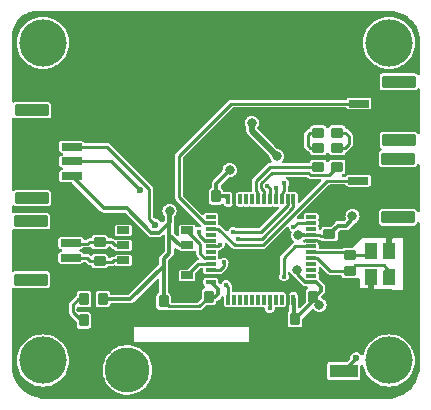
<source format=gbr>
%TF.GenerationSoftware,KiCad,Pcbnew,(6.0.1)*%
%TF.CreationDate,2022-11-26T20:31:09+08:00*%
%TF.ProjectId,IMU_base_V7,494d555f-6261-4736-955f-56372e6b6963,rev?*%
%TF.SameCoordinates,Original*%
%TF.FileFunction,Copper,L1,Top*%
%TF.FilePolarity,Positive*%
%FSLAX46Y46*%
G04 Gerber Fmt 4.6, Leading zero omitted, Abs format (unit mm)*
G04 Created by KiCad (PCBNEW (6.0.1)) date 2022-11-26 20:31:09*
%MOMM*%
%LPD*%
G01*
G04 APERTURE LIST*
G04 Aperture macros list*
%AMRoundRect*
0 Rectangle with rounded corners*
0 $1 Rounding radius*
0 $2 $3 $4 $5 $6 $7 $8 $9 X,Y pos of 4 corners*
0 Add a 4 corners polygon primitive as box body*
4,1,4,$2,$3,$4,$5,$6,$7,$8,$9,$2,$3,0*
0 Add four circle primitives for the rounded corners*
1,1,$1+$1,$2,$3*
1,1,$1+$1,$4,$5*
1,1,$1+$1,$6,$7*
1,1,$1+$1,$8,$9*
0 Add four rect primitives between the rounded corners*
20,1,$1+$1,$2,$3,$4,$5,0*
20,1,$1+$1,$4,$5,$6,$7,0*
20,1,$1+$1,$6,$7,$8,$9,0*
20,1,$1+$1,$8,$9,$2,$3,0*%
%AMFreePoly0*
4,1,18,-0.650000,0.472500,-0.646004,0.492591,-0.634623,0.509623,-0.617591,0.521004,-0.597500,0.525000,0.440000,0.525000,0.650000,0.315000,0.650000,-0.472500,0.646004,-0.492591,0.634623,-0.509623,0.617591,-0.521004,0.597500,-0.525000,-0.597500,-0.525000,-0.617591,-0.521004,-0.634623,-0.509623,-0.646004,-0.492591,-0.650000,-0.472500,-0.650000,0.472500,-0.650000,0.472500,$1*%
G04 Aperture macros list end*
%TA.AperFunction,SMDPad,CuDef*%
%ADD10RoundRect,0.040000X-0.460000X-0.360000X0.460000X-0.360000X0.460000X0.360000X-0.460000X0.360000X0*%
%TD*%
%TA.AperFunction,SMDPad,CuDef*%
%ADD11RoundRect,0.030000X0.470000X0.270000X-0.470000X0.270000X-0.470000X-0.270000X0.470000X-0.270000X0*%
%TD*%
%TA.AperFunction,SMDPad,CuDef*%
%ADD12RoundRect,0.040000X0.360000X-0.460000X0.360000X0.460000X-0.360000X0.460000X-0.360000X-0.460000X0*%
%TD*%
%TA.AperFunction,SMDPad,CuDef*%
%ADD13RoundRect,0.040000X0.460000X0.360000X-0.460000X0.360000X-0.460000X-0.360000X0.460000X-0.360000X0*%
%TD*%
%TA.AperFunction,SMDPad,CuDef*%
%ADD14RoundRect,0.030000X0.820000X0.270000X-0.820000X0.270000X-0.820000X-0.270000X0.820000X-0.270000X0*%
%TD*%
%TA.AperFunction,SMDPad,CuDef*%
%ADD15RoundRect,0.050000X1.350000X0.450000X-1.350000X0.450000X-1.350000X-0.450000X1.350000X-0.450000X0*%
%TD*%
%TA.AperFunction,ComponentPad*%
%ADD16R,3.800000X3.800000*%
%TD*%
%TA.AperFunction,ComponentPad*%
%ADD17C,3.800000*%
%TD*%
%TA.AperFunction,SMDPad,CuDef*%
%ADD18RoundRect,0.040000X-0.360000X0.460000X-0.360000X-0.460000X0.360000X-0.460000X0.360000X0.460000X0*%
%TD*%
%TA.AperFunction,SMDPad,CuDef*%
%ADD19RoundRect,0.015000X0.410000X0.135000X-0.410000X0.135000X-0.410000X-0.135000X0.410000X-0.135000X0*%
%TD*%
%TA.AperFunction,SMDPad,CuDef*%
%ADD20RoundRect,0.015000X-0.135000X0.410000X-0.135000X-0.410000X0.135000X-0.410000X0.135000X0.410000X0*%
%TD*%
%TA.AperFunction,SMDPad,CuDef*%
%ADD21FreePoly0,90.000000*%
%TD*%
%TA.AperFunction,SMDPad,CuDef*%
%ADD22RoundRect,0.052500X0.472500X-0.597500X0.472500X0.597500X-0.472500X0.597500X-0.472500X-0.597500X0*%
%TD*%
%TA.AperFunction,SMDPad,CuDef*%
%ADD23R,2.440000X1.120000*%
%TD*%
%TA.AperFunction,SMDPad,CuDef*%
%ADD24RoundRect,0.030000X-0.820000X-0.270000X0.820000X-0.270000X0.820000X0.270000X-0.820000X0.270000X0*%
%TD*%
%TA.AperFunction,SMDPad,CuDef*%
%ADD25RoundRect,0.050000X-1.350000X-0.450000X1.350000X-0.450000X1.350000X0.450000X-1.350000X0.450000X0*%
%TD*%
%TA.AperFunction,ViaPad*%
%ADD26C,0.800000*%
%TD*%
%TA.AperFunction,ViaPad*%
%ADD27C,0.400000*%
%TD*%
%TA.AperFunction,ViaPad*%
%ADD28C,0.600000*%
%TD*%
%TA.AperFunction,ViaPad*%
%ADD29C,4.000000*%
%TD*%
%TA.AperFunction,Conductor*%
%ADD30C,0.350000*%
%TD*%
%TA.AperFunction,Conductor*%
%ADD31C,0.250000*%
%TD*%
%TA.AperFunction,Conductor*%
%ADD32C,0.500000*%
%TD*%
G04 APERTURE END LIST*
D10*
%TO.P,LED1,1,Cathode*%
%TO.N,GND*%
X201400000Y-63000000D03*
%TO.P,LED1,2,Anode*%
%TO.N,Net-(D3-Pad2)*%
X201400000Y-64600000D03*
%TD*%
D11*
%TO.P,U4,8,STB*%
%TO.N,GND*%
X183300000Y-76705000D03*
%TO.P,U4,7,CAN_H*%
%TO.N,/CAN_H*%
X183300000Y-75435000D03*
%TO.P,U4,6,CAN_L*%
%TO.N,/CAN_L*%
X183300000Y-74165000D03*
%TO.P,U4,5,V_IO*%
%TO.N,unconnected-(U4-Pad5)*%
X183300000Y-72895000D03*
%TO.P,U4,4,Rx_D*%
%TO.N,/CAN0_RX*%
X188700000Y-72895000D03*
%TO.P,U4,3,Vin*%
%TO.N,+3V3*%
X188700000Y-74165000D03*
%TO.P,U4,2,GND*%
%TO.N,GND*%
X188700000Y-75435000D03*
%TO.P,U4,1,Tx_D*%
%TO.N,/CAN0_TX*%
X188700000Y-76705000D03*
%TD*%
D12*
%TO.P,C14,2*%
%TO.N,+3V3*%
X186700000Y-78900000D03*
%TO.P,C14,1*%
%TO.N,GND*%
X185100000Y-78900000D03*
%TD*%
D13*
%TO.P,C4,1*%
%TO.N,+3V3*%
X200750000Y-73200000D03*
%TO.P,C4,2*%
%TO.N,GND*%
X200750000Y-71600000D03*
%TD*%
D12*
%TO.P,C2,1*%
%TO.N,+3V3*%
X199350000Y-78500000D03*
%TO.P,C2,2*%
%TO.N,GND*%
X200950000Y-78500000D03*
%TD*%
D14*
%TO.P,J1,1*%
%TO.N,+3V3*%
X178928000Y-68300000D03*
%TO.P,J1,2*%
%TO.N,/SWDIO*%
X178928000Y-67050000D03*
%TO.P,J1,3*%
%TO.N,/SWCLK*%
X178928000Y-65800000D03*
%TO.P,J1,4*%
%TO.N,GND*%
X178928000Y-64550000D03*
D15*
%TO.P,J1,MP*%
%TO.N,N/C*%
X175578000Y-62700000D03*
X175578000Y-70150000D03*
%TD*%
%TO.P,J6,MP*%
%TO.N,N/C*%
X175500000Y-77050000D03*
X175500000Y-72100000D03*
D14*
%TO.P,J6,2*%
%TO.N,/CAN_L*%
X178850000Y-73950000D03*
%TO.P,J6,1*%
%TO.N,/CAN_H*%
X178850000Y-75200000D03*
%TD*%
D10*
%TO.P,LED2,1,Cathode*%
%TO.N,GND*%
X199800000Y-63000000D03*
%TO.P,LED2,2,Anode*%
%TO.N,Net-(D4-Pad2)*%
X199800000Y-64600000D03*
%TD*%
D16*
%TO.P,VCC,1*%
%TO.N,GND*%
X188650000Y-84700000D03*
D17*
%TO.P,VCC,2*%
%TO.N,+24V*%
X183650000Y-84700000D03*
%TD*%
D10*
%TO.P,R7,1*%
%TO.N,Net-(D4-Pad2)*%
X199800000Y-65900000D03*
%TO.P,R7,2*%
%TO.N,/LED1*%
X199800000Y-67500000D03*
%TD*%
D18*
%TO.P,C5,1*%
%TO.N,+3V3*%
X191150000Y-70000000D03*
%TO.P,C5,2*%
%TO.N,GND*%
X189550000Y-70000000D03*
%TD*%
%TO.P,C6,1*%
%TO.N,+3V3*%
X190550000Y-78500000D03*
%TO.P,C6,2*%
%TO.N,GND*%
X188950000Y-78500000D03*
%TD*%
D19*
%TO.P,U2,1,Vbat*%
%TO.N,+3V3*%
X199200000Y-77250000D03*
%TO.P,U2,2,PC13*%
%TO.N,unconnected-(U2-Pad2)*%
X199200000Y-76750000D03*
%TO.P,U2,3,PC14*%
%TO.N,unconnected-(U2-Pad3)*%
X199200000Y-76250000D03*
%TO.P,U2,4,PC15*%
%TO.N,unconnected-(U2-Pad4)*%
X199200000Y-75750000D03*
%TO.P,U2,5,PD0*%
%TO.N,/XTAL0*%
X199200000Y-75250000D03*
%TO.P,U2,6,PD1*%
%TO.N,/XTAL1*%
X199200000Y-74750000D03*
%TO.P,U2,7,nRST*%
%TO.N,/RESET*%
X199200000Y-74250000D03*
%TO.P,U2,8,GND_A*%
%TO.N,GND*%
X199200000Y-73750000D03*
%TO.P,U2,9,Vin_A*%
%TO.N,+3V3*%
X199200000Y-73250000D03*
%TO.P,U2,10,PA0*%
%TO.N,unconnected-(U2-Pad10)*%
X199200000Y-72750000D03*
%TO.P,U2,11,PA1*%
%TO.N,/TIM10_CH1*%
X199200000Y-72250000D03*
%TO.P,U2,12,PA2*%
%TO.N,unconnected-(U2-Pad12)*%
X199200000Y-71750000D03*
D20*
%TO.P,U2,13,PA3*%
%TO.N,/INT1_Acce1*%
X197700000Y-70250000D03*
%TO.P,U2,14,PA4*%
%TO.N,/INT1_Gyro*%
X197200000Y-70250000D03*
%TO.P,U2,15,PA5*%
%TO.N,/SPI1_CLK*%
X196700000Y-70250000D03*
%TO.P,U2,16,PA6*%
%TO.N,/SPI1_MISO*%
X196200000Y-70250000D03*
%TO.P,U2,17,PA7*%
%TO.N,/SPI1_MOSI*%
X195700000Y-70250000D03*
%TO.P,U2,18,PB0*%
%TO.N,/LED0*%
X195200000Y-70250000D03*
%TO.P,U2,19,PB1*%
%TO.N,/LED1*%
X194700000Y-70250000D03*
%TO.P,U2,20,PB2*%
%TO.N,unconnected-(U2-Pad20)*%
X194200000Y-70250000D03*
%TO.P,U2,21,PB10*%
%TO.N,unconnected-(U2-Pad21)*%
X193700000Y-70250000D03*
%TO.P,U2,22,PB11*%
%TO.N,unconnected-(U2-Pad22)*%
X193200000Y-70250000D03*
%TO.P,U2,23,GND*%
%TO.N,GND*%
X192700000Y-70250000D03*
%TO.P,U2,24,Vin*%
%TO.N,+3V3*%
X192200000Y-70250000D03*
D19*
%TO.P,U2,25,PB12*%
%TO.N,unconnected-(U2-Pad25)*%
X190700000Y-71750000D03*
%TO.P,U2,26,PB13*%
%TO.N,Net-(J3-Pad1)*%
X190700000Y-72250000D03*
%TO.P,U2,27,PB14*%
%TO.N,Net-(J4-Pad1)*%
X190700000Y-72750000D03*
%TO.P,U2,28,PB15*%
%TO.N,unconnected-(U2-Pad28)*%
X190700000Y-73250000D03*
%TO.P,U2,29,PA8*%
%TO.N,/CS1_Acce1*%
X190700000Y-73750000D03*
%TO.P,U2,30,PA9*%
%TO.N,/CS1_Gyro*%
X190700000Y-74250000D03*
%TO.P,U2,31,PA10*%
%TO.N,unconnected-(U2-Pad31)*%
X190700000Y-74750000D03*
%TO.P,U2,32,PA11*%
%TO.N,/CAN0_RX*%
X190700000Y-75250000D03*
%TO.P,U2,33,PA12*%
%TO.N,/CAN0_TX*%
X190700000Y-75750000D03*
%TO.P,U2,34,PA13*%
%TO.N,/SWDIO*%
X190700000Y-76250000D03*
%TO.P,U2,35,GND*%
%TO.N,GND*%
X190700000Y-76750000D03*
%TO.P,U2,36,Vin*%
%TO.N,+3V3*%
X190700000Y-77250000D03*
D20*
%TO.P,U2,37,PA14*%
%TO.N,/SWCLK*%
X192200000Y-78750000D03*
%TO.P,U2,38,PA15*%
%TO.N,unconnected-(U2-Pad38)*%
X192700000Y-78750000D03*
%TO.P,U2,39,PB3*%
%TO.N,unconnected-(U2-Pad39)*%
X193200000Y-78750000D03*
%TO.P,U2,40,PB4*%
%TO.N,unconnected-(U2-Pad40)*%
X193700000Y-78750000D03*
%TO.P,U2,41,PB5*%
%TO.N,unconnected-(U2-Pad41)*%
X194200000Y-78750000D03*
%TO.P,U2,42,PB6*%
%TO.N,unconnected-(U2-Pad42)*%
X194700000Y-78750000D03*
%TO.P,U2,43,PB7*%
%TO.N,unconnected-(U2-Pad43)*%
X195200000Y-78750000D03*
%TO.P,U2,44,BOOT0*%
%TO.N,/BOOT0*%
X195700000Y-78750000D03*
%TO.P,U2,45,PB8*%
%TO.N,unconnected-(U2-Pad45)*%
X196200000Y-78750000D03*
%TO.P,U2,46,PB9*%
%TO.N,unconnected-(U2-Pad46)*%
X196700000Y-78750000D03*
%TO.P,U2,47,GND*%
%TO.N,GND*%
X197200000Y-78750000D03*
%TO.P,U2,48,Vin*%
%TO.N,+3V3*%
X197700000Y-78750000D03*
%TD*%
D21*
%TO.P,X1,1*%
%TO.N,/XTAL0*%
X205800000Y-76800000D03*
D22*
%TO.P,X1,2*%
%TO.N,GND*%
X205800000Y-74600000D03*
%TO.P,X1,3*%
%TO.N,/XTAL1*%
X204250000Y-74600000D03*
%TO.P,X1,4*%
%TO.N,GND*%
X204250000Y-76800000D03*
%TD*%
D23*
%TO.P,SW1,1*%
%TO.N,/RESET*%
X201955000Y-84800000D03*
%TO.P,SW1,2*%
%TO.N,GND*%
X193345000Y-84800000D03*
%TD*%
D18*
%TO.P,3V3,1,Cathode*%
%TO.N,GND*%
X181550000Y-80500000D03*
%TO.P,3V3,2,Anode*%
%TO.N,Net-(D2-Pad2)*%
X179950000Y-80500000D03*
%TD*%
D24*
%TO.P,J3,1*%
%TO.N,Net-(J3-Pad1)*%
X203250000Y-62150000D03*
%TO.P,J3,2*%
%TO.N,GND*%
X203250000Y-63400000D03*
D25*
%TO.P,J3,MP*%
%TO.N,N/C*%
X206600000Y-65250000D03*
X206600000Y-60300000D03*
%TD*%
D12*
%TO.P,R2,1*%
%TO.N,Net-(D2-Pad2)*%
X179950000Y-78700000D03*
%TO.P,R2,2*%
%TO.N,+3V3*%
X181550000Y-78700000D03*
%TD*%
D10*
%TO.P,R6,1*%
%TO.N,Net-(D3-Pad2)*%
X201400000Y-65900000D03*
%TO.P,R6,2*%
%TO.N,/LED0*%
X201400000Y-67500000D03*
%TD*%
D12*
%TO.P,C1,1*%
%TO.N,+3V3*%
X197850000Y-80400000D03*
%TO.P,C1,2*%
%TO.N,GND*%
X199450000Y-80400000D03*
%TD*%
D13*
%TO.P,C15,1*%
%TO.N,GND*%
X202450000Y-77900000D03*
%TO.P,C15,2*%
%TO.N,/XTAL0*%
X202450000Y-76300000D03*
%TD*%
D24*
%TO.P,J4,1*%
%TO.N,Net-(J4-Pad1)*%
X203200000Y-68675000D03*
%TO.P,J4,2*%
%TO.N,GND*%
X203200000Y-69925000D03*
D25*
%TO.P,J4,MP*%
%TO.N,N/C*%
X206550000Y-66825000D03*
X206550000Y-71775000D03*
%TD*%
D10*
%TO.P,120,1*%
%TO.N,/CAN_L*%
X181300000Y-73900000D03*
%TO.P,120,2*%
%TO.N,/CAN_H*%
X181300000Y-75500000D03*
%TD*%
%TO.P,C16,1*%
%TO.N,GND*%
X202450000Y-73400000D03*
%TO.P,C16,2*%
%TO.N,/XTAL1*%
X202450000Y-75000000D03*
%TD*%
D26*
%TO.N,GND*%
X188100000Y-78300000D03*
X199100000Y-80800000D03*
X199800000Y-81400000D03*
X182900000Y-77600000D03*
X188100000Y-64800000D03*
X187200000Y-64800000D03*
X200700000Y-63200000D03*
X194300000Y-76300000D03*
X193200000Y-76300000D03*
X194300000Y-75400000D03*
X193200000Y-75400000D03*
X191600000Y-66300000D03*
X191600000Y-65300000D03*
X199500000Y-60600000D03*
X200550000Y-60600000D03*
X201600000Y-60600000D03*
X200900000Y-70600000D03*
X201200000Y-69700000D03*
X198600000Y-68800000D03*
X190700000Y-65300000D03*
X201600000Y-59600000D03*
X200550000Y-59600000D03*
X199500000Y-59600000D03*
X187200000Y-57100000D03*
X186100000Y-57100000D03*
X185000000Y-57200000D03*
X184000000Y-57700000D03*
X184000000Y-58700000D03*
X184000000Y-59600000D03*
X180400000Y-63900000D03*
X180400000Y-64800000D03*
X191400000Y-83400000D03*
X191400000Y-84500000D03*
X191400000Y-85400000D03*
X191300000Y-86400000D03*
%TO.N,+5V*%
X196300000Y-66600000D03*
X194175000Y-63775000D03*
D27*
%TO.N,GND*%
X189700000Y-69300000D03*
X189300000Y-69300000D03*
D28*
X190000000Y-68800000D03*
X189379977Y-68779977D03*
D26*
X176800000Y-68100000D03*
X176800000Y-66400000D03*
X176900000Y-64600000D03*
X186500000Y-66700000D03*
X190700000Y-66300000D03*
X204000000Y-78300000D03*
X205700000Y-78300000D03*
X207500000Y-77400000D03*
X207500000Y-75600000D03*
X207500000Y-73800000D03*
X206200000Y-73100000D03*
D27*
X200700000Y-74200000D03*
X202500000Y-74100000D03*
X203900000Y-73300000D03*
X205200000Y-73300000D03*
X202900000Y-77100000D03*
X201400000Y-77000000D03*
X200500000Y-76800000D03*
D26*
%TO.N,+3V3*%
X202700000Y-71700000D03*
X198100000Y-73300000D03*
X198014068Y-76208441D03*
X187211054Y-71236819D03*
X199900000Y-79200000D03*
X192300000Y-67800000D03*
D28*
%TO.N,/SWCLK*%
X186000000Y-72400000D03*
%TO.N,/SWDIO*%
X184700000Y-69500000D03*
%TO.N,/RESET*%
X203000000Y-83700000D03*
D27*
%TO.N,/SPI1_MISO*%
X196224500Y-69300000D03*
%TO.N,/RESET*%
X196900000Y-76800000D03*
%TO.N,/TIM10_CH1*%
X197700000Y-72600000D03*
%TO.N,/BOOT0*%
X195700000Y-79500000D03*
%TO.N,/SWCLK*%
X192000000Y-77500000D03*
%TO.N,/SWDIO*%
X191800000Y-75600000D03*
%TO.N,/CS1_Acce1*%
X189675500Y-73000000D03*
%TO.N,/CS1_Gyro*%
X191475453Y-74088952D03*
%TO.N,/INT1_Acce1*%
X193000000Y-73600000D03*
%TO.N,/INT1_Gyro*%
X192600000Y-73000000D03*
%TO.N,/SPI1_CLK*%
X196900000Y-68900000D03*
%TO.N,/SPI1_MOSI*%
X195500000Y-69100000D03*
D29*
%TO.N,*%
X176491600Y-83902603D03*
X205791600Y-57002603D03*
X205781600Y-83902603D03*
X176491600Y-57002603D03*
%TD*%
D30*
%TO.N,+3V3*%
X199574520Y-77274520D02*
X199200000Y-77274520D01*
X200000000Y-78000000D02*
X200000000Y-77700000D01*
X199500000Y-78500000D02*
X200000000Y-78000000D01*
X200000000Y-77700000D02*
X199574520Y-77274520D01*
X199350000Y-78500000D02*
X199500000Y-78500000D01*
D31*
X198674847Y-77250000D02*
X199200000Y-77250000D01*
X198014068Y-76589221D02*
X198674847Y-77250000D01*
X198014068Y-76208441D02*
X198014068Y-76589221D01*
D30*
X198100000Y-73300000D02*
X198159511Y-73240489D01*
X198159511Y-73240489D02*
X198613647Y-73240489D01*
D32*
%TO.N,+5V*%
X194175000Y-64475000D02*
X196300000Y-66600000D01*
X194175000Y-63775000D02*
X194175000Y-64475000D01*
%TO.N,GND*%
X204250000Y-78050000D02*
X204000000Y-78300000D01*
X204250000Y-76800000D02*
X204250000Y-78050000D01*
X205800000Y-73500000D02*
X206200000Y-73100000D01*
X205800000Y-74600000D02*
X205800000Y-73500000D01*
D30*
%TO.N,+3V3*%
X199350000Y-78900000D02*
X197850000Y-80400000D01*
X199350000Y-78500000D02*
X199350000Y-78900000D01*
X201450000Y-72500000D02*
X200750000Y-73200000D01*
X202150000Y-72500000D02*
X201450000Y-72500000D01*
X202700000Y-71950000D02*
X202150000Y-72500000D01*
X202700000Y-71700000D02*
X202700000Y-71950000D01*
X187211054Y-72142850D02*
X187211054Y-71236819D01*
X185674511Y-73074511D02*
X186279393Y-73074511D01*
X186279393Y-73074511D02*
X187211054Y-72142850D01*
X183600000Y-71000000D02*
X185674511Y-73074511D01*
X181628000Y-71000000D02*
X183600000Y-71000000D01*
X178928000Y-68300000D02*
X181628000Y-71000000D01*
X186700000Y-75893781D02*
X186700000Y-75800000D01*
X183893781Y-78700000D02*
X186700000Y-75893781D01*
X181550000Y-78700000D02*
X183893781Y-78700000D01*
X186700000Y-75800000D02*
X186700000Y-78900000D01*
X186700000Y-75300000D02*
X186700000Y-75800000D01*
D31*
X198623158Y-73250000D02*
X198613647Y-73240489D01*
X199200000Y-73250000D02*
X198623158Y-73250000D01*
%TO.N,/RESET*%
X196900000Y-75200000D02*
X197850000Y-74250000D01*
X197850000Y-74250000D02*
X199200000Y-74250000D01*
X196900000Y-76800000D02*
X196900000Y-75200000D01*
D30*
%TO.N,+3V3*%
X199350000Y-78650000D02*
X199350000Y-78500000D01*
X199900000Y-79200000D02*
X199350000Y-78650000D01*
D31*
X189725480Y-79324520D02*
X190550000Y-78500000D01*
X187124520Y-79324520D02*
X189725480Y-79324520D01*
X186700000Y-78900000D02*
X187124520Y-79324520D01*
D30*
X187200000Y-74800000D02*
X186700000Y-75300000D01*
X187200000Y-71247873D02*
X187200000Y-74800000D01*
X187211054Y-71236819D02*
X187200000Y-71247873D01*
X188065000Y-74165000D02*
X187200000Y-73300000D01*
X188700000Y-74165000D02*
X188065000Y-74165000D01*
X191300000Y-78300000D02*
X191300000Y-77850000D01*
X191100000Y-78500000D02*
X191300000Y-78300000D01*
X191300000Y-77850000D02*
X190724520Y-77274520D01*
X190550000Y-78500000D02*
X191100000Y-78500000D01*
X190724520Y-77274520D02*
X190700000Y-77274520D01*
X197724520Y-78725480D02*
X197724520Y-80274520D01*
X197724520Y-80274520D02*
X197850000Y-80400000D01*
X191150000Y-68950000D02*
X192300000Y-67800000D01*
X191150000Y-70000000D02*
X191150000Y-68950000D01*
X191950000Y-70000000D02*
X192175480Y-70225480D01*
X192175480Y-70225480D02*
X192175480Y-70250000D01*
X191150000Y-70000000D02*
X191950000Y-70000000D01*
D31*
X200550000Y-73400000D02*
X200750000Y-73200000D01*
X200000000Y-73400000D02*
X200550000Y-73400000D01*
X199850000Y-73250000D02*
X200000000Y-73400000D01*
X199200000Y-73250000D02*
X199850000Y-73250000D01*
%TO.N,/SWCLK*%
X185500000Y-71900000D02*
X186000000Y-72400000D01*
X185500000Y-71800000D02*
X185500000Y-71900000D01*
X185500000Y-69416807D02*
X185500000Y-71800000D01*
X181883193Y-65800000D02*
X185500000Y-69416807D01*
X178928000Y-65800000D02*
X181883193Y-65800000D01*
%TO.N,/SWDIO*%
X182250000Y-67050000D02*
X178928000Y-67050000D01*
X184700000Y-69500000D02*
X182250000Y-67050000D01*
%TO.N,Net-(J4-Pad1)*%
X191350000Y-72750000D02*
X190700000Y-72750000D01*
X195122077Y-74124511D02*
X192724511Y-74124511D01*
X200571588Y-68675000D02*
X195122077Y-74124511D01*
X192724511Y-74124511D02*
X191350000Y-72750000D01*
X203200000Y-68675000D02*
X200571588Y-68675000D01*
%TO.N,Net-(D2-Pad2)*%
X179000000Y-79200000D02*
X179000000Y-79800000D01*
X179000000Y-79800000D02*
X179700000Y-80500000D01*
X179700000Y-80500000D02*
X179950000Y-80500000D01*
X179500000Y-78700000D02*
X179000000Y-79200000D01*
X179950000Y-78700000D02*
X179500000Y-78700000D01*
%TO.N,/RESET*%
X201955000Y-84745000D02*
X203000000Y-83700000D01*
X201955000Y-84800000D02*
X201955000Y-84745000D01*
%TO.N,/SPI1_CLK*%
X196900000Y-68900000D02*
X196900000Y-69524847D01*
X196900000Y-69524847D02*
X196700000Y-69724847D01*
X196700000Y-69724847D02*
X196700000Y-70250000D01*
%TO.N,/LED0*%
X199189011Y-68224520D02*
X200675480Y-68224520D01*
X200675480Y-68224520D02*
X201400000Y-67500000D01*
X198964491Y-68000000D02*
X199189011Y-68224520D01*
X194975489Y-69317261D02*
X194975489Y-68882739D01*
X194975489Y-68882739D02*
X195858228Y-68000000D01*
X195858228Y-68000000D02*
X198964491Y-68000000D01*
X195200000Y-69541772D02*
X194975489Y-69317261D01*
X195200000Y-70250000D02*
X195200000Y-69541772D01*
%TO.N,/SPI1_MISO*%
X196200000Y-69324500D02*
X196224500Y-69300000D01*
X196200000Y-70250000D02*
X196200000Y-69324500D01*
%TO.N,/CS1_Acce1*%
X190174847Y-73750000D02*
X190700000Y-73750000D01*
X189675500Y-73250653D02*
X190174847Y-73750000D01*
X189675500Y-73000000D02*
X189675500Y-73250653D01*
%TO.N,/CS1_Gyro*%
X191475453Y-74088952D02*
X191314405Y-74250000D01*
X191314405Y-74250000D02*
X190700000Y-74250000D01*
%TO.N,/CAN_H*%
X180200000Y-75200000D02*
X178850000Y-75200000D01*
X180500000Y-75500000D02*
X180200000Y-75200000D01*
X181300000Y-75500000D02*
X180500000Y-75500000D01*
%TO.N,/CAN_L*%
X178900000Y-74000000D02*
X178850000Y-73950000D01*
X180300000Y-74000000D02*
X178900000Y-74000000D01*
X180400000Y-73900000D02*
X180300000Y-74000000D01*
X181300000Y-73900000D02*
X180400000Y-73900000D01*
%TO.N,/CAN_H*%
X181400000Y-75600000D02*
X181300000Y-75500000D01*
X182300000Y-75600000D02*
X181400000Y-75600000D01*
X182465000Y-75435000D02*
X182300000Y-75600000D01*
X183300000Y-75435000D02*
X182465000Y-75435000D01*
%TO.N,/CAN_L*%
X183300000Y-74165000D02*
X182565000Y-74165000D01*
X182565000Y-74165000D02*
X182300000Y-73900000D01*
X182300000Y-73900000D02*
X181300000Y-73900000D01*
%TO.N,/TIM10_CH1*%
X198050000Y-72250000D02*
X197700000Y-72600000D01*
X199200000Y-72250000D02*
X198050000Y-72250000D01*
%TO.N,/BOOT0*%
X195700000Y-78750000D02*
X195700000Y-79500000D01*
%TO.N,/SWCLK*%
X192200000Y-77700000D02*
X192000000Y-77500000D01*
X192200000Y-78750000D02*
X192200000Y-77700000D01*
%TO.N,/SWDIO*%
X191800000Y-75900000D02*
X191800000Y-75600000D01*
X190700000Y-76250000D02*
X191450000Y-76250000D01*
X191450000Y-76250000D02*
X191800000Y-75900000D01*
%TO.N,/CAN0_TX*%
X189655000Y-75750000D02*
X188700000Y-76705000D01*
X190700000Y-75750000D02*
X189655000Y-75750000D01*
%TO.N,/CAN0_RX*%
X188700000Y-72910871D02*
X188700000Y-72895000D01*
X189800000Y-74875153D02*
X189800000Y-74010871D01*
X189800000Y-74010871D02*
X188700000Y-72910871D01*
X190700000Y-75250000D02*
X190174847Y-75250000D01*
X190174847Y-75250000D02*
X189800000Y-74875153D01*
%TO.N,/INT1_Acce1*%
X195010871Y-73600000D02*
X193000000Y-73600000D01*
X197700000Y-70910871D02*
X195010871Y-73600000D01*
X197700000Y-70250000D02*
X197700000Y-70910871D01*
%TO.N,/INT1_Gyro*%
X194975153Y-73000000D02*
X192600000Y-73000000D01*
X197200000Y-70775153D02*
X194975153Y-73000000D01*
X197200000Y-70250000D02*
X197200000Y-70775153D01*
%TO.N,/LED1*%
X194525969Y-69550816D02*
X194700000Y-69724847D01*
X199800000Y-67500000D02*
X195700000Y-67500000D01*
X195700000Y-67500000D02*
X194525969Y-68674031D01*
X194525969Y-68674031D02*
X194525969Y-69550816D01*
X194700000Y-69724847D02*
X194700000Y-70250000D01*
%TO.N,/SPI1_MOSI*%
X195700000Y-69300000D02*
X195700000Y-70250000D01*
X195500000Y-69100000D02*
X195700000Y-69300000D01*
%TO.N,Net-(J3-Pad1)*%
X188000000Y-70075153D02*
X190174847Y-72250000D01*
X190174847Y-72250000D02*
X190700000Y-72250000D01*
X188000000Y-66600000D02*
X188000000Y-70075153D01*
X192450000Y-62150000D02*
X188000000Y-66600000D01*
X203250000Y-62150000D02*
X192450000Y-62150000D01*
%TO.N,Net-(D3-Pad2)*%
X202100000Y-65900000D02*
X201400000Y-65900000D01*
X202100000Y-64600000D02*
X202400000Y-64900000D01*
X202400000Y-64900000D02*
X202400000Y-65600000D01*
X202400000Y-65600000D02*
X202100000Y-65900000D01*
X201400000Y-64600000D02*
X202100000Y-64600000D01*
%TO.N,Net-(D4-Pad2)*%
X198900000Y-64800000D02*
X199100000Y-64600000D01*
X198900000Y-65700000D02*
X198900000Y-64800000D01*
X199100000Y-64600000D02*
X199800000Y-64600000D01*
X199100000Y-65900000D02*
X198900000Y-65700000D01*
X199800000Y-65900000D02*
X199100000Y-65900000D01*
%TO.N,/XTAL0*%
X205325480Y-75825480D02*
X205800000Y-76300000D01*
X202924520Y-75825480D02*
X205325480Y-75825480D01*
X205800000Y-76300000D02*
X205800000Y-76800000D01*
X202450000Y-76300000D02*
X202924520Y-75825480D01*
%TO.N,/XTAL1*%
X203850000Y-75000000D02*
X204250000Y-74600000D01*
X202450000Y-75000000D02*
X203850000Y-75000000D01*
%TO.N,/XTAL0*%
X199725153Y-75250000D02*
X200775153Y-76300000D01*
X200775153Y-76300000D02*
X202450000Y-76300000D01*
X199200000Y-75250000D02*
X199725153Y-75250000D01*
%TO.N,/XTAL1*%
X202200000Y-74750000D02*
X202450000Y-75000000D01*
X199200000Y-74750000D02*
X202200000Y-74750000D01*
%TD*%
%TA.AperFunction,Conductor*%
%TO.N,GND*%
G36*
X205984856Y-54327130D02*
G01*
X206079701Y-54332867D01*
X206080187Y-54332898D01*
X206211497Y-54341504D01*
X206243100Y-54347700D01*
X207202451Y-54667484D01*
X207227791Y-54679190D01*
X207266051Y-54702319D01*
X207270868Y-54705382D01*
X207364565Y-54767988D01*
X207383658Y-54783658D01*
X207693665Y-55093665D01*
X207705370Y-55107160D01*
X208151516Y-55702021D01*
X208165613Y-55725905D01*
X208195248Y-55791751D01*
X208213013Y-55831221D01*
X208220640Y-55848168D01*
X208225054Y-55859380D01*
X208273661Y-56002573D01*
X208274634Y-56005561D01*
X208310363Y-56120220D01*
X208315240Y-56135870D01*
X208318522Y-56148767D01*
X208321274Y-56162601D01*
X208349348Y-56303736D01*
X208349705Y-56305605D01*
X208373085Y-56433186D01*
X208374879Y-56447657D01*
X208387494Y-56640129D01*
X208387534Y-56640762D01*
X208393270Y-56735590D01*
X208393500Y-56743198D01*
X208393500Y-59647489D01*
X208373498Y-59715610D01*
X208319842Y-59762103D01*
X208249568Y-59772207D01*
X208184988Y-59742713D01*
X208162734Y-59717490D01*
X208137494Y-59679715D01*
X208137493Y-59679714D01*
X208130601Y-59669399D01*
X208047740Y-59614034D01*
X207974674Y-59599500D01*
X205225326Y-59599500D01*
X205152260Y-59614034D01*
X205069399Y-59669399D01*
X205014034Y-59752260D01*
X204999500Y-59825326D01*
X204999500Y-60774674D01*
X205014034Y-60847740D01*
X205020928Y-60858057D01*
X205020928Y-60858058D01*
X205037266Y-60882510D01*
X205069399Y-60930601D01*
X205152260Y-60985966D01*
X205225326Y-61000500D01*
X207974674Y-61000500D01*
X208047740Y-60985966D01*
X208130601Y-60930601D01*
X208162734Y-60882510D01*
X208217211Y-60836982D01*
X208287654Y-60828133D01*
X208351698Y-60858774D01*
X208389010Y-60919176D01*
X208393500Y-60952511D01*
X208393500Y-64597489D01*
X208373498Y-64665610D01*
X208319842Y-64712103D01*
X208249568Y-64722207D01*
X208184988Y-64692713D01*
X208162734Y-64667490D01*
X208137494Y-64629715D01*
X208137493Y-64629714D01*
X208130601Y-64619399D01*
X208047740Y-64564034D01*
X207974674Y-64549500D01*
X205225326Y-64549500D01*
X205152260Y-64564034D01*
X205069399Y-64619399D01*
X205062507Y-64629714D01*
X205030144Y-64678150D01*
X205014034Y-64702260D01*
X204999500Y-64775326D01*
X204999500Y-65724674D01*
X205014034Y-65797740D01*
X205020928Y-65808057D01*
X205020928Y-65808058D01*
X205023866Y-65812455D01*
X205069399Y-65880601D01*
X205079714Y-65887493D01*
X205127154Y-65919191D01*
X205172682Y-65973668D01*
X205181531Y-66044111D01*
X205150890Y-66108155D01*
X205109205Y-66137653D01*
X205102260Y-66139034D01*
X205019399Y-66194399D01*
X204964034Y-66277260D01*
X204949500Y-66350326D01*
X204949500Y-67299674D01*
X204964034Y-67372740D01*
X204970928Y-67383057D01*
X204970928Y-67383058D01*
X204988888Y-67409937D01*
X205019399Y-67455601D01*
X205029714Y-67462493D01*
X205071792Y-67490608D01*
X205102260Y-67510966D01*
X205175326Y-67525500D01*
X207924674Y-67525500D01*
X207997740Y-67510966D01*
X208028209Y-67490608D01*
X208070286Y-67462493D01*
X208080601Y-67455601D01*
X208111112Y-67409937D01*
X208129072Y-67383058D01*
X208129072Y-67383057D01*
X208135966Y-67372740D01*
X208143921Y-67332748D01*
X208176829Y-67269839D01*
X208238524Y-67234707D01*
X208309419Y-67238507D01*
X208367005Y-67280033D01*
X208392999Y-67346100D01*
X208393500Y-67357330D01*
X208393500Y-71242670D01*
X208373498Y-71310791D01*
X208319842Y-71357284D01*
X208249568Y-71367388D01*
X208184988Y-71337894D01*
X208146604Y-71278168D01*
X208143921Y-71267252D01*
X208138387Y-71239431D01*
X208135966Y-71227260D01*
X208080601Y-71144399D01*
X207997740Y-71089034D01*
X207924674Y-71074500D01*
X205175326Y-71074500D01*
X205102260Y-71089034D01*
X205019399Y-71144399D01*
X204964034Y-71227260D01*
X204949500Y-71300326D01*
X204949500Y-72249674D01*
X204964034Y-72322740D01*
X204970928Y-72333057D01*
X204970928Y-72333058D01*
X204988920Y-72359985D01*
X205019399Y-72405601D01*
X205029714Y-72412493D01*
X205080034Y-72446115D01*
X205102260Y-72460966D01*
X205175326Y-72475500D01*
X207924674Y-72475500D01*
X207997740Y-72460966D01*
X208019967Y-72446115D01*
X208070286Y-72412493D01*
X208080601Y-72405601D01*
X208111080Y-72359985D01*
X208129072Y-72333058D01*
X208129072Y-72333057D01*
X208135966Y-72322740D01*
X208143921Y-72282748D01*
X208176829Y-72219839D01*
X208238524Y-72184707D01*
X208309419Y-72188507D01*
X208367005Y-72230033D01*
X208392999Y-72296100D01*
X208393500Y-72307330D01*
X208393500Y-84447258D01*
X208393302Y-84454323D01*
X208387027Y-84566055D01*
X208386995Y-84566598D01*
X208375734Y-84752765D01*
X208374184Y-84766263D01*
X208350797Y-84903907D01*
X208350513Y-84905514D01*
X208341124Y-84956747D01*
X208335602Y-84977094D01*
X208058212Y-85739917D01*
X208050076Y-85757806D01*
X208032049Y-85790423D01*
X208029600Y-85794658D01*
X207951610Y-85923669D01*
X207946552Y-85931381D01*
X207860520Y-86052630D01*
X207856956Y-86057410D01*
X207772308Y-86165455D01*
X207768825Y-86169704D01*
X207756088Y-86184564D01*
X207742314Y-86200634D01*
X207740658Y-86202527D01*
X207659827Y-86292976D01*
X207654989Y-86298092D01*
X207548901Y-86404180D01*
X207543766Y-86409035D01*
X207432721Y-86508272D01*
X207426478Y-86513499D01*
X207386784Y-86544597D01*
X207308194Y-86606167D01*
X207303401Y-86609741D01*
X207182190Y-86695746D01*
X207174474Y-86700807D01*
X207157520Y-86711056D01*
X207145148Y-86717624D01*
X206496987Y-87016775D01*
X206481690Y-87022660D01*
X206466898Y-87027270D01*
X206464345Y-87028034D01*
X206325092Y-87068153D01*
X206312928Y-87071012D01*
X206217081Y-87088577D01*
X206156289Y-87099717D01*
X206154684Y-87100001D01*
X206017063Y-87123384D01*
X206003565Y-87124934D01*
X205817398Y-87136195D01*
X205816855Y-87136227D01*
X205705124Y-87142502D01*
X205698059Y-87142700D01*
X188511296Y-87142698D01*
X176697268Y-87142697D01*
X176692491Y-87142606D01*
X176688739Y-87142464D01*
X176579372Y-87138314D01*
X176578953Y-87138298D01*
X176380668Y-87129919D01*
X176367147Y-87128614D01*
X176348371Y-87125774D01*
X176229016Y-87107721D01*
X176208020Y-87102673D01*
X175340267Y-86813422D01*
X175321179Y-86805256D01*
X175298111Y-86793049D01*
X175293831Y-86790677D01*
X175278350Y-86781698D01*
X175264210Y-86772163D01*
X174634680Y-86282528D01*
X174619629Y-86268725D01*
X174541619Y-86184564D01*
X174536271Y-86178406D01*
X174437317Y-86056724D01*
X174433655Y-86051996D01*
X174401050Y-86007770D01*
X174342296Y-85928075D01*
X174337091Y-85920444D01*
X174253205Y-85787211D01*
X174250679Y-85783021D01*
X174244174Y-85771740D01*
X174183563Y-85666632D01*
X174180030Y-85660061D01*
X174149187Y-85598374D01*
X174147979Y-85595889D01*
X174101571Y-85497588D01*
X174100018Y-85494167D01*
X174087154Y-85464639D01*
X174039263Y-85354717D01*
X174035188Y-85344070D01*
X173984442Y-85191072D01*
X173983663Y-85188637D01*
X173939613Y-85045569D01*
X173936533Y-85033458D01*
X173934841Y-85025084D01*
X173903410Y-84869574D01*
X173903100Y-84867985D01*
X173876481Y-84726900D01*
X173874685Y-84713432D01*
X173859129Y-84515910D01*
X173859087Y-84515368D01*
X173850847Y-84404645D01*
X173850500Y-84395294D01*
X173850500Y-83902603D01*
X174286378Y-83902603D01*
X174286648Y-83906722D01*
X174303365Y-84161769D01*
X174305244Y-84190442D01*
X174306048Y-84194482D01*
X174306048Y-84194485D01*
X174357050Y-84450887D01*
X174361519Y-84473356D01*
X174362845Y-84477262D01*
X174362846Y-84477266D01*
X174439298Y-84702484D01*
X174454241Y-84746505D01*
X174456062Y-84750198D01*
X174456063Y-84750200D01*
X174567955Y-84977094D01*
X174581822Y-85005214D01*
X174742080Y-85245057D01*
X174744794Y-85248151D01*
X174744798Y-85248157D01*
X174900817Y-85426061D01*
X174932273Y-85461930D01*
X174935362Y-85464639D01*
X175146046Y-85649405D01*
X175146052Y-85649409D01*
X175149146Y-85652123D01*
X175152572Y-85654412D01*
X175152577Y-85654416D01*
X175280539Y-85739917D01*
X175388989Y-85812381D01*
X175392688Y-85814205D01*
X175392693Y-85814208D01*
X175630297Y-85931381D01*
X175647698Y-85939962D01*
X175651596Y-85941285D01*
X175651598Y-85941286D01*
X175916937Y-86031357D01*
X175916941Y-86031358D01*
X175920847Y-86032684D01*
X175924891Y-86033488D01*
X175924897Y-86033490D01*
X176199718Y-86088155D01*
X176199721Y-86088155D01*
X176203761Y-86088959D01*
X176207872Y-86089228D01*
X176207876Y-86089229D01*
X176487481Y-86107555D01*
X176491600Y-86107825D01*
X176495719Y-86107555D01*
X176775324Y-86089229D01*
X176775328Y-86089228D01*
X176779439Y-86088959D01*
X176783479Y-86088155D01*
X176783482Y-86088155D01*
X177058303Y-86033490D01*
X177058309Y-86033488D01*
X177062353Y-86032684D01*
X177066259Y-86031358D01*
X177066263Y-86031357D01*
X177331602Y-85941286D01*
X177331604Y-85941285D01*
X177335502Y-85939962D01*
X177352903Y-85931381D01*
X177590507Y-85814208D01*
X177590512Y-85814205D01*
X177594211Y-85812381D01*
X177702661Y-85739917D01*
X177830623Y-85654416D01*
X177830628Y-85654412D01*
X177834054Y-85652123D01*
X177837148Y-85649409D01*
X177837154Y-85649405D01*
X178047838Y-85464639D01*
X178050927Y-85461930D01*
X178082383Y-85426061D01*
X178238402Y-85248157D01*
X178238406Y-85248151D01*
X178241120Y-85245057D01*
X178401378Y-85005214D01*
X178415246Y-84977094D01*
X178527137Y-84750200D01*
X178527138Y-84750198D01*
X178528959Y-84746505D01*
X178543902Y-84702484D01*
X178552229Y-84677953D01*
X181544707Y-84677953D01*
X181561194Y-84963878D01*
X181562019Y-84968083D01*
X181562020Y-84968091D01*
X181578052Y-85049804D01*
X181616332Y-85244920D01*
X181617719Y-85248970D01*
X181617720Y-85248975D01*
X181707713Y-85511822D01*
X181709102Y-85515878D01*
X181837787Y-85771740D01*
X181840213Y-85775269D01*
X181840216Y-85775275D01*
X181953403Y-85939962D01*
X182000006Y-86007770D01*
X182002893Y-86010943D01*
X182002894Y-86010944D01*
X182073882Y-86088959D01*
X182192756Y-86219600D01*
X182412472Y-86403311D01*
X182655088Y-86555503D01*
X182658990Y-86557265D01*
X182658994Y-86557267D01*
X182912202Y-86671595D01*
X182912206Y-86671597D01*
X182916114Y-86673361D01*
X182920233Y-86674581D01*
X183186606Y-86753485D01*
X183186611Y-86753486D01*
X183190719Y-86754703D01*
X183194953Y-86755351D01*
X183194958Y-86755352D01*
X183425811Y-86790677D01*
X183473824Y-86798024D01*
X183619589Y-86800314D01*
X183755898Y-86802456D01*
X183755904Y-86802456D01*
X183760189Y-86802523D01*
X183764441Y-86802008D01*
X183764449Y-86802008D01*
X183984221Y-86775411D01*
X184044514Y-86768115D01*
X184048662Y-86767027D01*
X184048666Y-86767026D01*
X184317388Y-86696528D01*
X184321539Y-86695439D01*
X184325500Y-86693799D01*
X184325504Y-86693797D01*
X184528433Y-86609741D01*
X184586138Y-86585839D01*
X184621956Y-86564909D01*
X184829717Y-86443503D01*
X184829718Y-86443503D01*
X184833415Y-86441342D01*
X184880810Y-86404180D01*
X185055421Y-86267267D01*
X185058793Y-86264623D01*
X185105491Y-86216435D01*
X185211002Y-86107555D01*
X185258102Y-86058952D01*
X185260635Y-86055504D01*
X185260639Y-86055499D01*
X185425117Y-85831589D01*
X185427655Y-85828134D01*
X185445831Y-85794658D01*
X185562263Y-85580217D01*
X185562264Y-85580215D01*
X185564313Y-85576441D01*
X185638637Y-85379748D01*
X200534500Y-85379748D01*
X200546133Y-85438231D01*
X200590448Y-85504552D01*
X200656769Y-85548867D01*
X200668938Y-85551288D01*
X200668939Y-85551288D01*
X200709184Y-85559293D01*
X200715252Y-85560500D01*
X203194748Y-85560500D01*
X203200816Y-85559293D01*
X203241061Y-85551288D01*
X203241062Y-85551288D01*
X203253231Y-85548867D01*
X203319552Y-85504552D01*
X203363867Y-85438231D01*
X203375500Y-85379748D01*
X203375500Y-84365014D01*
X203395502Y-84296893D01*
X203449158Y-84250400D01*
X203519432Y-84240296D01*
X203584012Y-84269790D01*
X203622396Y-84329516D01*
X203625079Y-84340433D01*
X203647050Y-84450887D01*
X203651519Y-84473356D01*
X203652845Y-84477262D01*
X203652846Y-84477266D01*
X203729298Y-84702484D01*
X203744241Y-84746505D01*
X203746062Y-84750198D01*
X203746063Y-84750200D01*
X203857955Y-84977094D01*
X203871822Y-85005214D01*
X204032080Y-85245057D01*
X204034794Y-85248151D01*
X204034798Y-85248157D01*
X204190817Y-85426061D01*
X204222273Y-85461930D01*
X204225362Y-85464639D01*
X204436046Y-85649405D01*
X204436052Y-85649409D01*
X204439146Y-85652123D01*
X204442572Y-85654412D01*
X204442577Y-85654416D01*
X204570539Y-85739917D01*
X204678989Y-85812381D01*
X204682688Y-85814205D01*
X204682693Y-85814208D01*
X204920297Y-85931381D01*
X204937698Y-85939962D01*
X204941596Y-85941285D01*
X204941598Y-85941286D01*
X205206937Y-86031357D01*
X205206941Y-86031358D01*
X205210847Y-86032684D01*
X205214891Y-86033488D01*
X205214897Y-86033490D01*
X205489718Y-86088155D01*
X205489721Y-86088155D01*
X205493761Y-86088959D01*
X205497872Y-86089228D01*
X205497876Y-86089229D01*
X205777481Y-86107555D01*
X205781600Y-86107825D01*
X205785719Y-86107555D01*
X206065324Y-86089229D01*
X206065328Y-86089228D01*
X206069439Y-86088959D01*
X206073479Y-86088155D01*
X206073482Y-86088155D01*
X206348303Y-86033490D01*
X206348309Y-86033488D01*
X206352353Y-86032684D01*
X206356259Y-86031358D01*
X206356263Y-86031357D01*
X206621602Y-85941286D01*
X206621604Y-85941285D01*
X206625502Y-85939962D01*
X206642903Y-85931381D01*
X206880507Y-85814208D01*
X206880512Y-85814205D01*
X206884211Y-85812381D01*
X206992661Y-85739917D01*
X207120623Y-85654416D01*
X207120628Y-85654412D01*
X207124054Y-85652123D01*
X207127148Y-85649409D01*
X207127154Y-85649405D01*
X207337838Y-85464639D01*
X207340927Y-85461930D01*
X207372383Y-85426061D01*
X207528402Y-85248157D01*
X207528406Y-85248151D01*
X207531120Y-85245057D01*
X207691378Y-85005214D01*
X207705246Y-84977094D01*
X207817137Y-84750200D01*
X207817138Y-84750198D01*
X207818959Y-84746505D01*
X207833902Y-84702484D01*
X207910354Y-84477266D01*
X207910355Y-84477262D01*
X207911681Y-84473356D01*
X207916151Y-84450887D01*
X207967152Y-84194485D01*
X207967152Y-84194482D01*
X207967956Y-84190442D01*
X207969836Y-84161769D01*
X207986552Y-83906722D01*
X207986822Y-83902603D01*
X207976121Y-83739331D01*
X207968226Y-83618879D01*
X207968225Y-83618875D01*
X207967956Y-83614764D01*
X207967152Y-83610721D01*
X207912487Y-83335900D01*
X207912485Y-83335894D01*
X207911681Y-83331850D01*
X207907307Y-83318963D01*
X207820283Y-83062601D01*
X207820282Y-83062599D01*
X207818959Y-83058701D01*
X207783373Y-82986539D01*
X207693205Y-82803696D01*
X207693202Y-82803691D01*
X207691378Y-82799992D01*
X207633510Y-82713386D01*
X207533413Y-82563580D01*
X207533409Y-82563575D01*
X207531120Y-82560149D01*
X207528406Y-82557055D01*
X207528402Y-82557049D01*
X207343636Y-82346365D01*
X207340927Y-82343276D01*
X207337838Y-82340567D01*
X207127154Y-82155801D01*
X207127148Y-82155797D01*
X207124054Y-82153083D01*
X207120628Y-82150794D01*
X207120623Y-82150790D01*
X206887644Y-81995119D01*
X206884211Y-81992825D01*
X206880512Y-81991001D01*
X206880507Y-81990998D01*
X206629197Y-81867066D01*
X206629195Y-81867065D01*
X206625502Y-81865244D01*
X206621602Y-81863920D01*
X206356263Y-81773849D01*
X206356259Y-81773848D01*
X206352353Y-81772522D01*
X206348309Y-81771718D01*
X206348303Y-81771716D01*
X206073482Y-81717051D01*
X206073479Y-81717051D01*
X206069439Y-81716247D01*
X206065328Y-81715978D01*
X206065324Y-81715977D01*
X205785719Y-81697651D01*
X205781600Y-81697381D01*
X205777481Y-81697651D01*
X205497876Y-81715977D01*
X205497872Y-81715978D01*
X205493761Y-81716247D01*
X205489721Y-81717051D01*
X205489718Y-81717051D01*
X205214897Y-81771716D01*
X205214891Y-81771718D01*
X205210847Y-81772522D01*
X205206941Y-81773848D01*
X205206937Y-81773849D01*
X204941598Y-81863920D01*
X204937698Y-81865244D01*
X204934005Y-81867065D01*
X204934003Y-81867066D01*
X204682693Y-81990998D01*
X204682688Y-81991001D01*
X204678989Y-81992825D01*
X204675556Y-81995119D01*
X204442577Y-82150790D01*
X204442572Y-82150794D01*
X204439146Y-82153083D01*
X204436052Y-82155797D01*
X204436046Y-82155801D01*
X204225362Y-82340567D01*
X204222273Y-82343276D01*
X204219564Y-82346365D01*
X204034798Y-82557049D01*
X204034794Y-82557055D01*
X204032080Y-82560149D01*
X204029791Y-82563575D01*
X204029787Y-82563580D01*
X203929690Y-82713386D01*
X203871822Y-82799992D01*
X203869998Y-82803691D01*
X203869995Y-82803696D01*
X203779827Y-82986539D01*
X203744241Y-83058701D01*
X203742918Y-83062599D01*
X203742917Y-83062601D01*
X203655894Y-83318963D01*
X203651519Y-83331850D01*
X203646325Y-83357962D01*
X203644149Y-83368901D01*
X203611240Y-83431810D01*
X203549545Y-83466941D01*
X203478650Y-83463140D01*
X203425117Y-83426566D01*
X203415719Y-83415659D01*
X203332400Y-83318963D01*
X203212095Y-83240985D01*
X203074739Y-83199907D01*
X203065763Y-83199852D01*
X203065762Y-83199852D01*
X203005555Y-83199484D01*
X202931376Y-83199031D01*
X202793529Y-83238428D01*
X202672280Y-83314930D01*
X202577377Y-83422388D01*
X202516447Y-83552163D01*
X202509879Y-83594347D01*
X202506060Y-83618879D01*
X202494391Y-83693823D01*
X202494729Y-83696407D01*
X202474837Y-83761213D01*
X202458775Y-83780898D01*
X202237079Y-84002595D01*
X202174767Y-84036620D01*
X202147983Y-84039500D01*
X200715252Y-84039500D01*
X200709184Y-84040707D01*
X200668939Y-84048712D01*
X200668938Y-84048712D01*
X200656769Y-84051133D01*
X200590448Y-84095448D01*
X200546133Y-84161769D01*
X200543712Y-84173938D01*
X200543712Y-84173939D01*
X200539625Y-84194485D01*
X200534500Y-84220252D01*
X200534500Y-85379748D01*
X185638637Y-85379748D01*
X185665548Y-85308530D01*
X185724537Y-85050971D01*
X185728530Y-85033538D01*
X185728531Y-85033533D01*
X185729487Y-85029358D01*
X185754946Y-84744092D01*
X185755408Y-84700000D01*
X185753614Y-84673683D01*
X185736220Y-84418540D01*
X185736219Y-84418534D01*
X185735928Y-84414263D01*
X185677850Y-84133814D01*
X185582248Y-83863842D01*
X185455813Y-83618879D01*
X185452856Y-83613149D01*
X185452856Y-83613148D01*
X185450891Y-83609342D01*
X185448428Y-83605837D01*
X185288673Y-83378529D01*
X185288668Y-83378523D01*
X185286209Y-83375024D01*
X185166193Y-83245871D01*
X185094172Y-83168367D01*
X185094169Y-83168364D01*
X185091251Y-83165224D01*
X185087935Y-83162510D01*
X185087932Y-83162507D01*
X184872941Y-82986539D01*
X184869623Y-82983823D01*
X184625427Y-82834180D01*
X184607419Y-82826275D01*
X184367110Y-82720786D01*
X184367106Y-82720785D01*
X184363182Y-82719062D01*
X184087739Y-82640600D01*
X183877881Y-82610733D01*
X183808448Y-82600851D01*
X183808446Y-82600851D01*
X183804196Y-82600246D01*
X183652333Y-82599451D01*
X183522086Y-82598769D01*
X183522080Y-82598769D01*
X183517800Y-82598747D01*
X183513556Y-82599306D01*
X183513552Y-82599306D01*
X183389031Y-82615699D01*
X183233851Y-82636129D01*
X183229711Y-82637262D01*
X183229709Y-82637262D01*
X183213209Y-82641776D01*
X182957602Y-82711702D01*
X182953654Y-82713386D01*
X182698117Y-82822382D01*
X182698113Y-82822384D01*
X182694165Y-82824068D01*
X182448415Y-82971146D01*
X182224900Y-83150215D01*
X182134126Y-83245871D01*
X182069398Y-83314080D01*
X182027755Y-83357962D01*
X181860629Y-83590543D01*
X181726614Y-83843653D01*
X181703534Y-83906722D01*
X181636814Y-84089045D01*
X181628190Y-84112610D01*
X181567178Y-84392436D01*
X181544707Y-84677953D01*
X178552229Y-84677953D01*
X178620354Y-84477266D01*
X178620355Y-84477262D01*
X178621681Y-84473356D01*
X178626151Y-84450887D01*
X178677152Y-84194485D01*
X178677152Y-84194482D01*
X178677956Y-84190442D01*
X178679836Y-84161769D01*
X178696552Y-83906722D01*
X178696822Y-83902603D01*
X178686121Y-83739331D01*
X178678226Y-83618879D01*
X178678225Y-83618875D01*
X178677956Y-83614764D01*
X178677152Y-83610721D01*
X178622487Y-83335900D01*
X178622485Y-83335894D01*
X178621681Y-83331850D01*
X178617307Y-83318963D01*
X178530283Y-83062601D01*
X178530282Y-83062599D01*
X178528959Y-83058701D01*
X178493373Y-82986539D01*
X178403205Y-82803696D01*
X178403202Y-82803691D01*
X178401378Y-82799992D01*
X178343510Y-82713386D01*
X178243413Y-82563580D01*
X178243409Y-82563575D01*
X178241120Y-82560149D01*
X178238406Y-82557055D01*
X178238402Y-82557049D01*
X178072609Y-82368000D01*
X184238059Y-82368000D01*
X184238100Y-82368099D01*
X184238217Y-82368383D01*
X184238600Y-82368541D01*
X184238699Y-82368500D01*
X193928601Y-82368500D01*
X193928700Y-82368541D01*
X193928799Y-82368500D01*
X193929083Y-82368383D01*
X193929241Y-82368000D01*
X193929200Y-82367901D01*
X193929200Y-81072699D01*
X193929241Y-81072600D01*
X193929083Y-81072217D01*
X193928799Y-81072100D01*
X193928700Y-81072059D01*
X193928601Y-81072100D01*
X184238699Y-81072100D01*
X184238600Y-81072059D01*
X184238501Y-81072100D01*
X184238217Y-81072217D01*
X184238059Y-81072600D01*
X184238100Y-81072699D01*
X184238100Y-82367901D01*
X184238059Y-82368000D01*
X178072609Y-82368000D01*
X178053636Y-82346365D01*
X178050927Y-82343276D01*
X178047838Y-82340567D01*
X177837154Y-82155801D01*
X177837148Y-82155797D01*
X177834054Y-82153083D01*
X177830628Y-82150794D01*
X177830623Y-82150790D01*
X177597644Y-81995119D01*
X177594211Y-81992825D01*
X177590512Y-81991001D01*
X177590507Y-81990998D01*
X177339197Y-81867066D01*
X177339195Y-81867065D01*
X177335502Y-81865244D01*
X177331602Y-81863920D01*
X177066263Y-81773849D01*
X177066259Y-81773848D01*
X177062353Y-81772522D01*
X177058309Y-81771718D01*
X177058303Y-81771716D01*
X176783482Y-81717051D01*
X176783479Y-81717051D01*
X176779439Y-81716247D01*
X176775328Y-81715978D01*
X176775324Y-81715977D01*
X176495719Y-81697651D01*
X176491600Y-81697381D01*
X176487481Y-81697651D01*
X176207876Y-81715977D01*
X176207872Y-81715978D01*
X176203761Y-81716247D01*
X176199721Y-81717051D01*
X176199718Y-81717051D01*
X175924897Y-81771716D01*
X175924891Y-81771718D01*
X175920847Y-81772522D01*
X175916941Y-81773848D01*
X175916937Y-81773849D01*
X175651598Y-81863920D01*
X175647698Y-81865244D01*
X175644005Y-81867065D01*
X175644003Y-81867066D01*
X175392693Y-81990998D01*
X175392688Y-81991001D01*
X175388989Y-81992825D01*
X175385556Y-81995119D01*
X175152577Y-82150790D01*
X175152572Y-82150794D01*
X175149146Y-82153083D01*
X175146052Y-82155797D01*
X175146046Y-82155801D01*
X174935362Y-82340567D01*
X174932273Y-82343276D01*
X174929564Y-82346365D01*
X174744798Y-82557049D01*
X174744794Y-82557055D01*
X174742080Y-82560149D01*
X174739791Y-82563575D01*
X174739787Y-82563580D01*
X174639690Y-82713386D01*
X174581822Y-82799992D01*
X174579998Y-82803691D01*
X174579995Y-82803696D01*
X174489827Y-82986539D01*
X174454241Y-83058701D01*
X174452918Y-83062599D01*
X174452917Y-83062601D01*
X174365894Y-83318963D01*
X174361519Y-83331850D01*
X174360715Y-83335894D01*
X174360713Y-83335900D01*
X174306048Y-83610721D01*
X174305244Y-83614764D01*
X174304975Y-83618875D01*
X174304974Y-83618879D01*
X174297079Y-83739331D01*
X174286378Y-83902603D01*
X173850500Y-83902603D01*
X173850500Y-79828807D01*
X178670736Y-79828807D01*
X178678647Y-79858329D01*
X178680491Y-79865210D01*
X178682870Y-79875942D01*
X178689412Y-79913045D01*
X178694923Y-79922590D01*
X178696115Y-79925866D01*
X178697592Y-79929034D01*
X178700446Y-79939684D01*
X178706770Y-79948715D01*
X178722055Y-79970544D01*
X178727961Y-79979815D01*
X178741293Y-80002906D01*
X178746806Y-80012455D01*
X178755251Y-80019541D01*
X178775675Y-80036679D01*
X178783780Y-80044106D01*
X179312596Y-80572923D01*
X179346621Y-80635235D01*
X179349500Y-80662018D01*
X179349500Y-80983688D01*
X179363454Y-81053839D01*
X179370346Y-81064154D01*
X179370347Y-81064156D01*
X179382134Y-81081796D01*
X179416609Y-81133391D01*
X179426925Y-81140284D01*
X179485844Y-81179653D01*
X179485846Y-81179654D01*
X179496161Y-81186546D01*
X179566312Y-81200500D01*
X180333688Y-81200500D01*
X180403839Y-81186546D01*
X180414154Y-81179654D01*
X180414156Y-81179653D01*
X180473075Y-81140284D01*
X180483391Y-81133391D01*
X180517866Y-81081796D01*
X180529653Y-81064156D01*
X180529654Y-81064154D01*
X180536546Y-81053839D01*
X180550500Y-80983688D01*
X180550500Y-80016312D01*
X180536546Y-79946161D01*
X180529654Y-79935846D01*
X180529653Y-79935844D01*
X180490284Y-79876925D01*
X180483391Y-79866609D01*
X180470999Y-79858329D01*
X180414156Y-79820347D01*
X180414154Y-79820346D01*
X180403839Y-79813454D01*
X180333688Y-79799500D01*
X179566312Y-79799500D01*
X179543549Y-79804028D01*
X179472835Y-79797700D01*
X179429872Y-79769545D01*
X179362405Y-79702079D01*
X179328380Y-79639767D01*
X179325500Y-79612983D01*
X179325500Y-79501808D01*
X179345502Y-79433687D01*
X179399158Y-79387194D01*
X179469432Y-79377090D01*
X179490771Y-79382944D01*
X179496161Y-79386546D01*
X179566312Y-79400500D01*
X180333688Y-79400500D01*
X180403839Y-79386546D01*
X180414154Y-79379654D01*
X180414156Y-79379653D01*
X180473075Y-79340284D01*
X180483391Y-79333391D01*
X180519310Y-79279635D01*
X180529653Y-79264156D01*
X180529654Y-79264154D01*
X180536546Y-79253839D01*
X180550500Y-79183688D01*
X180550500Y-78216312D01*
X180536546Y-78146161D01*
X180529654Y-78135846D01*
X180529653Y-78135844D01*
X180490284Y-78076925D01*
X180483391Y-78066609D01*
X180473075Y-78059716D01*
X180414156Y-78020347D01*
X180414154Y-78020346D01*
X180403839Y-78013454D01*
X180333688Y-77999500D01*
X179566312Y-77999500D01*
X179496161Y-78013454D01*
X179485846Y-78020346D01*
X179485844Y-78020347D01*
X179426925Y-78059716D01*
X179416609Y-78066609D01*
X179409716Y-78076925D01*
X179370347Y-78135844D01*
X179370346Y-78135846D01*
X179363454Y-78146161D01*
X179349500Y-78216312D01*
X179349500Y-78338564D01*
X179329498Y-78406685D01*
X179304490Y-78435086D01*
X179297089Y-78441296D01*
X179287545Y-78446806D01*
X179280462Y-78455247D01*
X179280461Y-78455248D01*
X179263315Y-78475682D01*
X179255889Y-78483785D01*
X178783785Y-78955889D01*
X178775681Y-78963316D01*
X178746806Y-78987545D01*
X178741293Y-78997094D01*
X178727961Y-79020185D01*
X178722055Y-79029456D01*
X178700446Y-79060316D01*
X178697592Y-79070966D01*
X178696115Y-79074134D01*
X178694923Y-79077410D01*
X178689412Y-79086955D01*
X178683462Y-79120699D01*
X178682870Y-79124058D01*
X178680492Y-79134785D01*
X178670736Y-79171193D01*
X178671697Y-79182178D01*
X178671697Y-79182180D01*
X178674020Y-79208728D01*
X178674500Y-79219710D01*
X178674500Y-79780290D01*
X178674020Y-79791272D01*
X178672854Y-79804604D01*
X178670736Y-79828807D01*
X173850500Y-79828807D01*
X173850500Y-77836884D01*
X173870502Y-77768763D01*
X173924158Y-77722270D01*
X173994432Y-77712166D01*
X174029885Y-77725751D01*
X174030477Y-77724323D01*
X174041942Y-77729072D01*
X174052260Y-77735966D01*
X174125326Y-77750500D01*
X176874674Y-77750500D01*
X176947740Y-77735966D01*
X177030601Y-77680601D01*
X177068381Y-77624058D01*
X177079072Y-77608058D01*
X177079072Y-77608057D01*
X177085966Y-77597740D01*
X177100500Y-77524674D01*
X177100500Y-76575326D01*
X177085966Y-76502260D01*
X177060955Y-76464827D01*
X177037493Y-76429714D01*
X177030601Y-76419399D01*
X176947740Y-76364034D01*
X176874674Y-76349500D01*
X174125326Y-76349500D01*
X174052260Y-76364034D01*
X174041942Y-76370928D01*
X174030477Y-76375677D01*
X174029459Y-76373218D01*
X173978748Y-76389096D01*
X173910282Y-76370313D01*
X173862839Y-76317495D01*
X173850500Y-76263116D01*
X173850500Y-74907297D01*
X177799500Y-74907297D01*
X177799501Y-75492702D01*
X177800707Y-75498768D01*
X177800708Y-75498773D01*
X177807672Y-75533785D01*
X177812874Y-75559937D01*
X177819767Y-75570254D01*
X177819768Y-75570255D01*
X177831429Y-75587706D01*
X177863819Y-75636181D01*
X177940063Y-75687126D01*
X177952230Y-75689546D01*
X177952232Y-75689547D01*
X177986032Y-75696270D01*
X178007297Y-75700500D01*
X178849931Y-75700500D01*
X179692702Y-75700499D01*
X179698768Y-75699293D01*
X179698773Y-75699292D01*
X179747766Y-75689547D01*
X179747767Y-75689547D01*
X179759937Y-75687126D01*
X179836181Y-75636181D01*
X179872720Y-75581497D01*
X179927196Y-75535970D01*
X179977484Y-75525500D01*
X180012984Y-75525500D01*
X180081105Y-75545502D01*
X180102079Y-75562405D01*
X180255889Y-75716215D01*
X180263316Y-75724319D01*
X180287545Y-75753194D01*
X180297094Y-75758707D01*
X180320185Y-75772039D01*
X180329456Y-75777945D01*
X180360316Y-75799554D01*
X180370966Y-75802408D01*
X180374134Y-75803885D01*
X180377410Y-75805077D01*
X180386955Y-75810588D01*
X180419884Y-75816394D01*
X180424058Y-75817130D01*
X180434785Y-75819508D01*
X180471193Y-75829264D01*
X180482180Y-75828303D01*
X180493156Y-75829263D01*
X180492850Y-75832766D01*
X180543739Y-75842991D01*
X180594734Y-75892387D01*
X180608701Y-75929945D01*
X180609900Y-75935970D01*
X180613454Y-75953839D01*
X180620346Y-75964154D01*
X180620347Y-75964156D01*
X180656289Y-76017946D01*
X180666609Y-76033391D01*
X180676925Y-76040284D01*
X180735844Y-76079653D01*
X180735846Y-76079654D01*
X180746161Y-76086546D01*
X180816312Y-76100500D01*
X181783688Y-76100500D01*
X181853839Y-76086546D01*
X181864154Y-76079654D01*
X181864156Y-76079653D01*
X181923075Y-76040284D01*
X181933391Y-76033391D01*
X181955702Y-76000000D01*
X181968065Y-75981498D01*
X182022542Y-75935970D01*
X182072830Y-75925500D01*
X182280290Y-75925500D01*
X182291272Y-75925980D01*
X182317820Y-75928303D01*
X182317822Y-75928303D01*
X182328807Y-75929264D01*
X182365215Y-75919508D01*
X182375942Y-75917130D01*
X182379301Y-75916538D01*
X182413045Y-75910588D01*
X182422590Y-75905077D01*
X182425866Y-75903885D01*
X182429034Y-75902408D01*
X182439684Y-75899554D01*
X182470544Y-75877945D01*
X182479815Y-75872039D01*
X182512454Y-75853195D01*
X182514156Y-75856144D01*
X182562052Y-75835172D01*
X182632158Y-75846376D01*
X182660717Y-75866539D01*
X182663819Y-75871181D01*
X182740063Y-75922126D01*
X182752230Y-75924546D01*
X182752232Y-75924547D01*
X182785132Y-75931091D01*
X182807297Y-75935500D01*
X183299960Y-75935500D01*
X183792702Y-75935499D01*
X183798768Y-75934293D01*
X183798773Y-75934292D01*
X183847766Y-75924547D01*
X183847767Y-75924547D01*
X183859937Y-75922126D01*
X183878708Y-75909584D01*
X183925865Y-75878074D01*
X183936181Y-75871181D01*
X183987126Y-75794937D01*
X184000500Y-75727703D01*
X184000499Y-75142298D01*
X183999293Y-75136232D01*
X183999292Y-75136227D01*
X183989547Y-75087234D01*
X183989547Y-75087233D01*
X183987126Y-75075063D01*
X183977273Y-75060316D01*
X183943074Y-75009135D01*
X183936181Y-74998819D01*
X183859937Y-74947874D01*
X183847770Y-74945454D01*
X183847768Y-74945453D01*
X183813968Y-74938730D01*
X183792703Y-74934500D01*
X183300040Y-74934500D01*
X182807298Y-74934501D01*
X182801232Y-74935707D01*
X182801227Y-74935708D01*
X182752234Y-74945453D01*
X182752233Y-74945453D01*
X182740063Y-74947874D01*
X182729746Y-74954767D01*
X182729745Y-74954768D01*
X182699688Y-74974852D01*
X182663819Y-74998819D01*
X182628843Y-75051165D01*
X182627281Y-75053502D01*
X182572804Y-75099030D01*
X182522516Y-75109500D01*
X182484713Y-75109500D01*
X182473732Y-75109021D01*
X182447170Y-75106697D01*
X182447168Y-75106697D01*
X182436193Y-75105737D01*
X182399783Y-75115492D01*
X182389076Y-75117866D01*
X182351955Y-75124412D01*
X182342411Y-75129922D01*
X182339135Y-75131114D01*
X182335964Y-75132593D01*
X182325316Y-75135446D01*
X182316287Y-75141768D01*
X182294449Y-75157059D01*
X182285179Y-75162964D01*
X182262092Y-75176293D01*
X182262088Y-75176296D01*
X182252545Y-75181806D01*
X182233991Y-75203918D01*
X182228320Y-75210676D01*
X182220894Y-75218779D01*
X182215595Y-75224078D01*
X182153283Y-75258104D01*
X182082468Y-75253039D01*
X182025632Y-75210492D01*
X182000821Y-75143972D01*
X182000500Y-75134983D01*
X182000500Y-75116312D01*
X181986546Y-75046161D01*
X181979654Y-75035846D01*
X181979653Y-75035844D01*
X181940284Y-74976925D01*
X181933391Y-74966609D01*
X181919766Y-74957505D01*
X181864156Y-74920347D01*
X181864154Y-74920346D01*
X181853839Y-74913454D01*
X181783688Y-74899500D01*
X180816312Y-74899500D01*
X180746161Y-74913454D01*
X180735846Y-74920346D01*
X180735844Y-74920347D01*
X180680234Y-74957505D01*
X180666609Y-74966609D01*
X180659716Y-74976925D01*
X180655906Y-74982627D01*
X180601429Y-75028155D01*
X180530985Y-75037002D01*
X180462046Y-75001720D01*
X180444111Y-74983785D01*
X180436684Y-74975681D01*
X180421432Y-74957505D01*
X180412455Y-74946806D01*
X180401295Y-74940363D01*
X180379815Y-74927961D01*
X180370544Y-74922055D01*
X180359910Y-74914609D01*
X180339684Y-74900446D01*
X180329034Y-74897592D01*
X180325866Y-74896115D01*
X180322590Y-74894923D01*
X180313045Y-74889412D01*
X180279301Y-74883462D01*
X180275942Y-74882870D01*
X180265215Y-74880492D01*
X180228807Y-74870736D01*
X180217822Y-74871697D01*
X180217820Y-74871697D01*
X180191272Y-74874020D01*
X180180290Y-74874500D01*
X179977484Y-74874500D01*
X179909363Y-74854498D01*
X179872719Y-74818502D01*
X179853323Y-74789473D01*
X179836181Y-74763819D01*
X179759937Y-74712874D01*
X179747770Y-74710454D01*
X179747768Y-74710453D01*
X179698772Y-74700707D01*
X179698770Y-74700707D01*
X179694007Y-74699759D01*
X179694006Y-74699759D01*
X179692703Y-74699500D01*
X179692752Y-74699253D01*
X179629741Y-74673807D01*
X179588733Y-74615851D01*
X179585569Y-74544925D01*
X179621252Y-74483547D01*
X179684454Y-74451205D01*
X179689364Y-74450499D01*
X179692702Y-74450499D01*
X179737222Y-74441644D01*
X179747766Y-74439547D01*
X179747767Y-74439547D01*
X179759937Y-74437126D01*
X179773003Y-74428396D01*
X179825865Y-74393074D01*
X179836181Y-74386181D01*
X179843074Y-74375865D01*
X179851851Y-74367088D01*
X179853991Y-74369228D01*
X179893785Y-74335971D01*
X179944075Y-74325500D01*
X180280290Y-74325500D01*
X180291272Y-74325980D01*
X180317820Y-74328303D01*
X180317822Y-74328303D01*
X180328807Y-74329264D01*
X180365215Y-74319508D01*
X180375942Y-74317130D01*
X180379301Y-74316538D01*
X180413045Y-74310588D01*
X180422590Y-74305077D01*
X180425866Y-74303885D01*
X180429034Y-74302408D01*
X180439684Y-74299554D01*
X180448678Y-74293256D01*
X180518843Y-74282599D01*
X180583656Y-74311579D01*
X180613103Y-74352075D01*
X180613454Y-74353839D01*
X180623737Y-74369228D01*
X180653288Y-74413454D01*
X180666609Y-74433391D01*
X180676925Y-74440284D01*
X180735844Y-74479653D01*
X180735846Y-74479654D01*
X180746161Y-74486546D01*
X180816312Y-74500500D01*
X181783688Y-74500500D01*
X181853839Y-74486546D01*
X181864154Y-74479654D01*
X181864156Y-74479653D01*
X181923075Y-74440284D01*
X181933391Y-74433391D01*
X181945741Y-74414908D01*
X181979653Y-74364156D01*
X181979654Y-74364154D01*
X181986546Y-74353839D01*
X181989155Y-74340726D01*
X181991487Y-74329000D01*
X182024395Y-74266090D01*
X182086090Y-74230959D01*
X182156985Y-74234760D01*
X182204161Y-74264487D01*
X182320889Y-74381215D01*
X182328316Y-74389319D01*
X182352545Y-74418194D01*
X182362094Y-74423707D01*
X182385185Y-74437039D01*
X182394456Y-74442945D01*
X182425316Y-74464554D01*
X182435966Y-74467408D01*
X182439134Y-74468885D01*
X182442410Y-74470077D01*
X182451955Y-74475588D01*
X182485699Y-74481538D01*
X182489058Y-74482130D01*
X182499785Y-74484508D01*
X182536193Y-74494264D01*
X182539006Y-74494018D01*
X182600417Y-74518041D01*
X182628079Y-74547693D01*
X182663819Y-74601181D01*
X182674135Y-74608074D01*
X182680617Y-74612405D01*
X182740063Y-74652126D01*
X182752230Y-74654546D01*
X182752232Y-74654547D01*
X182781628Y-74660394D01*
X182807297Y-74665500D01*
X183299960Y-74665500D01*
X183792702Y-74665499D01*
X183798768Y-74664293D01*
X183798773Y-74664292D01*
X183847766Y-74654547D01*
X183847767Y-74654547D01*
X183859937Y-74652126D01*
X183871406Y-74644463D01*
X183925865Y-74608074D01*
X183936181Y-74601181D01*
X183987126Y-74524937D01*
X183990355Y-74508708D01*
X183999293Y-74463770D01*
X184000500Y-74457703D01*
X184000499Y-73872298D01*
X183999293Y-73866232D01*
X183999292Y-73866227D01*
X183989547Y-73817234D01*
X183989547Y-73817233D01*
X183987126Y-73805063D01*
X183976371Y-73788966D01*
X183943074Y-73739135D01*
X183936181Y-73728819D01*
X183859937Y-73677874D01*
X183847770Y-73675454D01*
X183847768Y-73675453D01*
X183813968Y-73668730D01*
X183792703Y-73664500D01*
X183300040Y-73664500D01*
X182807298Y-73664501D01*
X182801232Y-73665707D01*
X182801227Y-73665708D01*
X182752234Y-73675453D01*
X182752233Y-73675453D01*
X182740063Y-73677874D01*
X182717081Y-73693230D01*
X182705032Y-73701281D01*
X182637279Y-73722495D01*
X182568812Y-73703712D01*
X182545936Y-73685610D01*
X182544111Y-73683785D01*
X182536684Y-73675681D01*
X182519541Y-73655251D01*
X182519542Y-73655251D01*
X182512455Y-73646806D01*
X182498120Y-73638530D01*
X182479815Y-73627961D01*
X182470544Y-73622055D01*
X182452460Y-73609392D01*
X182439684Y-73600446D01*
X182429034Y-73597592D01*
X182425866Y-73596115D01*
X182422590Y-73594923D01*
X182413045Y-73589412D01*
X182379301Y-73583462D01*
X182375942Y-73582870D01*
X182365215Y-73580492D01*
X182328807Y-73570736D01*
X182317822Y-73571697D01*
X182317820Y-73571697D01*
X182291272Y-73574020D01*
X182280290Y-73574500D01*
X182115480Y-73574500D01*
X182047359Y-73554498D01*
X182000866Y-73500842D01*
X181991901Y-73473082D01*
X181988967Y-73458330D01*
X181988966Y-73458328D01*
X181986546Y-73446161D01*
X181979654Y-73435846D01*
X181979653Y-73435844D01*
X181940284Y-73376925D01*
X181933391Y-73366609D01*
X181916842Y-73355551D01*
X181864156Y-73320347D01*
X181864154Y-73320346D01*
X181853839Y-73313454D01*
X181783688Y-73299500D01*
X180816312Y-73299500D01*
X180746161Y-73313454D01*
X180735846Y-73320346D01*
X180735844Y-73320347D01*
X180683158Y-73355551D01*
X180666609Y-73366609D01*
X180659716Y-73376925D01*
X180620347Y-73435844D01*
X180620346Y-73435846D01*
X180613454Y-73446161D01*
X180611034Y-73458328D01*
X180611033Y-73458330D01*
X180608099Y-73473082D01*
X180575191Y-73535991D01*
X180513496Y-73571123D01*
X180484520Y-73574500D01*
X180419710Y-73574500D01*
X180408728Y-73574020D01*
X180382175Y-73571697D01*
X180382170Y-73571697D01*
X180371193Y-73570737D01*
X180334783Y-73580492D01*
X180324076Y-73582866D01*
X180286955Y-73589412D01*
X180277411Y-73594922D01*
X180274135Y-73596114D01*
X180270964Y-73597593D01*
X180260316Y-73600446D01*
X180251287Y-73606768D01*
X180229449Y-73622059D01*
X180220179Y-73627964D01*
X180197092Y-73641293D01*
X180197088Y-73641296D01*
X180187545Y-73646806D01*
X180186950Y-73647515D01*
X180127611Y-73673486D01*
X180111658Y-73674500D01*
X180003671Y-73674500D01*
X179935550Y-73654498D01*
X179888821Y-73598584D01*
X179887126Y-73590063D01*
X179878733Y-73577501D01*
X179843074Y-73524135D01*
X179836181Y-73513819D01*
X179759937Y-73462874D01*
X179747770Y-73460454D01*
X179747768Y-73460453D01*
X179707734Y-73452490D01*
X179692703Y-73449500D01*
X178850069Y-73449500D01*
X178007298Y-73449501D01*
X178001232Y-73450707D01*
X178001227Y-73450708D01*
X177952234Y-73460453D01*
X177952233Y-73460453D01*
X177940063Y-73462874D01*
X177929746Y-73469767D01*
X177929745Y-73469768D01*
X177922370Y-73474696D01*
X177863819Y-73513819D01*
X177812874Y-73590063D01*
X177810454Y-73602230D01*
X177810453Y-73602232D01*
X177809344Y-73607810D01*
X177799500Y-73657297D01*
X177799501Y-74242702D01*
X177800707Y-74248768D01*
X177800708Y-74248773D01*
X177807436Y-74282599D01*
X177812874Y-74309937D01*
X177819767Y-74320254D01*
X177819768Y-74320255D01*
X177845813Y-74359233D01*
X177863819Y-74386181D01*
X177940063Y-74437126D01*
X177952230Y-74439546D01*
X177952232Y-74439547D01*
X178001228Y-74449293D01*
X178001230Y-74449293D01*
X178005993Y-74450241D01*
X178005994Y-74450241D01*
X178007297Y-74450500D01*
X178007248Y-74450747D01*
X178070259Y-74476193D01*
X178111267Y-74534149D01*
X178114431Y-74605075D01*
X178078748Y-74666453D01*
X178015546Y-74698795D01*
X178010636Y-74699501D01*
X178007298Y-74699501D01*
X177972030Y-74706516D01*
X177952234Y-74710453D01*
X177952233Y-74710453D01*
X177940063Y-74712874D01*
X177863819Y-74763819D01*
X177812874Y-74840063D01*
X177810454Y-74852230D01*
X177810453Y-74852232D01*
X177806581Y-74871697D01*
X177799500Y-74907297D01*
X173850500Y-74907297D01*
X173850500Y-72886884D01*
X173870502Y-72818763D01*
X173924158Y-72772270D01*
X173994432Y-72762166D01*
X174029885Y-72775751D01*
X174030477Y-72774323D01*
X174041942Y-72779072D01*
X174052260Y-72785966D01*
X174125326Y-72800500D01*
X176874674Y-72800500D01*
X176947740Y-72785966D01*
X176970901Y-72770491D01*
X176994613Y-72754647D01*
X177030601Y-72730601D01*
X177069790Y-72671950D01*
X177079072Y-72658058D01*
X177079072Y-72658057D01*
X177085966Y-72647740D01*
X177095005Y-72602297D01*
X182599500Y-72602297D01*
X182599501Y-73187702D01*
X182600707Y-73193768D01*
X182600708Y-73193773D01*
X182610203Y-73241510D01*
X182612874Y-73254937D01*
X182663819Y-73331181D01*
X182740063Y-73382126D01*
X182752230Y-73384546D01*
X182752232Y-73384547D01*
X182775012Y-73389078D01*
X182807297Y-73395500D01*
X183299960Y-73395500D01*
X183792702Y-73395499D01*
X183798768Y-73394293D01*
X183798773Y-73394292D01*
X183847766Y-73384547D01*
X183847767Y-73384547D01*
X183859937Y-73382126D01*
X183881574Y-73367669D01*
X183925865Y-73338074D01*
X183936181Y-73331181D01*
X183987126Y-73254937D01*
X184000500Y-73187703D01*
X184000499Y-72602298D01*
X183999292Y-72596230D01*
X183999292Y-72596227D01*
X183989547Y-72547234D01*
X183989546Y-72547232D01*
X183987126Y-72535063D01*
X183963698Y-72500000D01*
X183943074Y-72469135D01*
X183936181Y-72458819D01*
X183859937Y-72407874D01*
X183847770Y-72405454D01*
X183847768Y-72405453D01*
X183813968Y-72398730D01*
X183792703Y-72394500D01*
X183300040Y-72394500D01*
X182807298Y-72394501D01*
X182801232Y-72395707D01*
X182801227Y-72395708D01*
X182752234Y-72405453D01*
X182752233Y-72405453D01*
X182740063Y-72407874D01*
X182729746Y-72414767D01*
X182729745Y-72414768D01*
X182704083Y-72431915D01*
X182663819Y-72458819D01*
X182612874Y-72535063D01*
X182610454Y-72547230D01*
X182610453Y-72547232D01*
X182606225Y-72568487D01*
X182599500Y-72602297D01*
X177095005Y-72602297D01*
X177100500Y-72574674D01*
X177100500Y-71625326D01*
X177085966Y-71552260D01*
X177030601Y-71469399D01*
X176947740Y-71414034D01*
X176874674Y-71399500D01*
X174125326Y-71399500D01*
X174052260Y-71414034D01*
X174041942Y-71420928D01*
X174030477Y-71425677D01*
X174029459Y-71423218D01*
X173978748Y-71439096D01*
X173910282Y-71420313D01*
X173862839Y-71367495D01*
X173850500Y-71313116D01*
X173850500Y-70884469D01*
X173870502Y-70816348D01*
X173924158Y-70769855D01*
X173994432Y-70759751D01*
X174045689Y-70783160D01*
X174047399Y-70780601D01*
X174130260Y-70835966D01*
X174203326Y-70850500D01*
X176952674Y-70850500D01*
X177025740Y-70835966D01*
X177108601Y-70780601D01*
X177163966Y-70697740D01*
X177178500Y-70624674D01*
X177178500Y-69675326D01*
X177163966Y-69602260D01*
X177108601Y-69519399D01*
X177025740Y-69464034D01*
X176952674Y-69449500D01*
X174203326Y-69449500D01*
X174130260Y-69464034D01*
X174119943Y-69470928D01*
X174119942Y-69470928D01*
X174049123Y-69518247D01*
X173981370Y-69539461D01*
X173912903Y-69520677D01*
X173865460Y-69467860D01*
X173853123Y-69413037D01*
X173858073Y-68007297D01*
X177877500Y-68007297D01*
X177877501Y-68592702D01*
X177878707Y-68598768D01*
X177878708Y-68598773D01*
X177888453Y-68647766D01*
X177890874Y-68659937D01*
X177897767Y-68670254D01*
X177897768Y-68670255D01*
X177932368Y-68722037D01*
X177941819Y-68736181D01*
X178018063Y-68787126D01*
X178030230Y-68789546D01*
X178030232Y-68789547D01*
X178064032Y-68796270D01*
X178085297Y-68800500D01*
X178845272Y-68800500D01*
X178913393Y-68820502D01*
X178934367Y-68837405D01*
X181324654Y-71227692D01*
X181339367Y-71245909D01*
X181340778Y-71247460D01*
X181346428Y-71256210D01*
X181354608Y-71262658D01*
X181354610Y-71262661D01*
X181372461Y-71276734D01*
X181376835Y-71280621D01*
X181376901Y-71280543D01*
X181380860Y-71283898D01*
X181384538Y-71287576D01*
X181388762Y-71290595D01*
X181388771Y-71290602D01*
X181400074Y-71298679D01*
X181404820Y-71302243D01*
X181444600Y-71333603D01*
X181453148Y-71336605D01*
X181460519Y-71341872D01*
X181470492Y-71344855D01*
X181470495Y-71344856D01*
X181509083Y-71356396D01*
X181514730Y-71358231D01*
X181555064Y-71372395D01*
X181555065Y-71372395D01*
X181562548Y-71375023D01*
X181568055Y-71375500D01*
X181570762Y-71375500D01*
X181573332Y-71375611D01*
X181573494Y-71375659D01*
X181573488Y-71375804D01*
X181574108Y-71375843D01*
X181580287Y-71377691D01*
X181633581Y-71375597D01*
X181638527Y-71375500D01*
X183392273Y-71375500D01*
X183460394Y-71395502D01*
X183481368Y-71412405D01*
X185371165Y-73302203D01*
X185385878Y-73320420D01*
X185387289Y-73321971D01*
X185392939Y-73330721D01*
X185401119Y-73337169D01*
X185401121Y-73337172D01*
X185418972Y-73351245D01*
X185423346Y-73355132D01*
X185423412Y-73355054D01*
X185427371Y-73358409D01*
X185431049Y-73362087D01*
X185435273Y-73365106D01*
X185435282Y-73365113D01*
X185446585Y-73373190D01*
X185451331Y-73376754D01*
X185462611Y-73385646D01*
X185491111Y-73408114D01*
X185499659Y-73411116D01*
X185507030Y-73416383D01*
X185517003Y-73419366D01*
X185517006Y-73419367D01*
X185555594Y-73430907D01*
X185561241Y-73432742D01*
X185601575Y-73446906D01*
X185601576Y-73446906D01*
X185609059Y-73449534D01*
X185614566Y-73450011D01*
X185617273Y-73450011D01*
X185619843Y-73450122D01*
X185620005Y-73450170D01*
X185619999Y-73450315D01*
X185620619Y-73450354D01*
X185626798Y-73452202D01*
X185680092Y-73450108D01*
X185685038Y-73450011D01*
X186225897Y-73450011D01*
X186249194Y-73452490D01*
X186251279Y-73452588D01*
X186261459Y-73454780D01*
X186294377Y-73450884D01*
X186300214Y-73450540D01*
X186300206Y-73450439D01*
X186305385Y-73450011D01*
X186310586Y-73450011D01*
X186315714Y-73449157D01*
X186315720Y-73449157D01*
X186329380Y-73446883D01*
X186335256Y-73446046D01*
X186340345Y-73445444D01*
X186385603Y-73440087D01*
X186393770Y-73436165D01*
X186402706Y-73434678D01*
X186411868Y-73429734D01*
X186411872Y-73429733D01*
X186447322Y-73410605D01*
X186452613Y-73407909D01*
X186491142Y-73389408D01*
X186491143Y-73389407D01*
X186498293Y-73385974D01*
X186502524Y-73382417D01*
X186504456Y-73380485D01*
X186506330Y-73378766D01*
X186506467Y-73378692D01*
X186506567Y-73378802D01*
X186507047Y-73378379D01*
X186512722Y-73375317D01*
X186522155Y-73365113D01*
X186548932Y-73336145D01*
X186552362Y-73332579D01*
X186609405Y-73275536D01*
X186671717Y-73241510D01*
X186742532Y-73246575D01*
X186799368Y-73289122D01*
X186824179Y-73355642D01*
X186824500Y-73364631D01*
X186824500Y-74592273D01*
X186804498Y-74660394D01*
X186787595Y-74681368D01*
X186472311Y-74996652D01*
X186454080Y-75011377D01*
X186452540Y-75012778D01*
X186443790Y-75018428D01*
X186437343Y-75026606D01*
X186423264Y-75044465D01*
X186419383Y-75048832D01*
X186419461Y-75048898D01*
X186416107Y-75052856D01*
X186412425Y-75056538D01*
X186401339Y-75072052D01*
X186397788Y-75076781D01*
X186366397Y-75116600D01*
X186363395Y-75125149D01*
X186358128Y-75132519D01*
X186349747Y-75160544D01*
X186343608Y-75181070D01*
X186341774Y-75186714D01*
X186327604Y-75227065D01*
X186327603Y-75227071D01*
X186324977Y-75234548D01*
X186324500Y-75240055D01*
X186324500Y-75242762D01*
X186324389Y-75245335D01*
X186324341Y-75245494D01*
X186324197Y-75245488D01*
X186324158Y-75246108D01*
X186322310Y-75252287D01*
X186322719Y-75262692D01*
X186324403Y-75305555D01*
X186324500Y-75310502D01*
X186324500Y-75686054D01*
X186304498Y-75754175D01*
X186287595Y-75775149D01*
X183775149Y-78287595D01*
X183712837Y-78321621D01*
X183686054Y-78324500D01*
X182274746Y-78324500D01*
X182206625Y-78304498D01*
X182160132Y-78250842D01*
X182150808Y-78216251D01*
X182150500Y-78216312D01*
X182149587Y-78211722D01*
X182136546Y-78146161D01*
X182129654Y-78135846D01*
X182129653Y-78135844D01*
X182090284Y-78076925D01*
X182083391Y-78066609D01*
X182073075Y-78059716D01*
X182014156Y-78020347D01*
X182014154Y-78020346D01*
X182003839Y-78013454D01*
X181933688Y-77999500D01*
X181166312Y-77999500D01*
X181096161Y-78013454D01*
X181085846Y-78020346D01*
X181085844Y-78020347D01*
X181026925Y-78059716D01*
X181016609Y-78066609D01*
X181009716Y-78076925D01*
X180970347Y-78135844D01*
X180970346Y-78135846D01*
X180963454Y-78146161D01*
X180949500Y-78216312D01*
X180949500Y-79183688D01*
X180963454Y-79253839D01*
X180970346Y-79264154D01*
X180970347Y-79264156D01*
X180980690Y-79279635D01*
X181016609Y-79333391D01*
X181026925Y-79340284D01*
X181085844Y-79379653D01*
X181085846Y-79379654D01*
X181096161Y-79386546D01*
X181166312Y-79400500D01*
X181933688Y-79400500D01*
X182003839Y-79386546D01*
X182014154Y-79379654D01*
X182014156Y-79379653D01*
X182073075Y-79340284D01*
X182083391Y-79333391D01*
X182119310Y-79279635D01*
X182129653Y-79264156D01*
X182129654Y-79264154D01*
X182136546Y-79253839D01*
X182150500Y-79183688D01*
X182151479Y-79183883D01*
X182175938Y-79123315D01*
X182233894Y-79082307D01*
X182274746Y-79075500D01*
X183840285Y-79075500D01*
X183863582Y-79077979D01*
X183865667Y-79078077D01*
X183875847Y-79080269D01*
X183908765Y-79076373D01*
X183914602Y-79076029D01*
X183914594Y-79075928D01*
X183919773Y-79075500D01*
X183924974Y-79075500D01*
X183930102Y-79074646D01*
X183930108Y-79074646D01*
X183943768Y-79072372D01*
X183949644Y-79071535D01*
X183954733Y-79070933D01*
X183999991Y-79065576D01*
X184008158Y-79061654D01*
X184017094Y-79060167D01*
X184026256Y-79055223D01*
X184026260Y-79055222D01*
X184061710Y-79036094D01*
X184067001Y-79033398D01*
X184105530Y-79014897D01*
X184105531Y-79014896D01*
X184112681Y-79011463D01*
X184116912Y-79007906D01*
X184118844Y-79005974D01*
X184120718Y-79004255D01*
X184120855Y-79004181D01*
X184120955Y-79004291D01*
X184121435Y-79003868D01*
X184127110Y-79000806D01*
X184137326Y-78989755D01*
X184163321Y-78961633D01*
X184166751Y-78958067D01*
X186109405Y-77015413D01*
X186171717Y-76981387D01*
X186242532Y-76986452D01*
X186299368Y-77028999D01*
X186324179Y-77095519D01*
X186324500Y-77104508D01*
X186324500Y-78099435D01*
X186304498Y-78167556D01*
X186250645Y-78212562D01*
X186246161Y-78213454D01*
X186166609Y-78266609D01*
X186159716Y-78276925D01*
X186120347Y-78335844D01*
X186120346Y-78335846D01*
X186113454Y-78346161D01*
X186099500Y-78416312D01*
X186099500Y-79383688D01*
X186113454Y-79453839D01*
X186120346Y-79464154D01*
X186120347Y-79464156D01*
X186141098Y-79495211D01*
X186166609Y-79533391D01*
X186176925Y-79540284D01*
X186235844Y-79579653D01*
X186235846Y-79579654D01*
X186246161Y-79586546D01*
X186316312Y-79600500D01*
X186911441Y-79600500D01*
X186963963Y-79617059D01*
X186965813Y-79613091D01*
X186975803Y-79617749D01*
X186984836Y-79624074D01*
X186995492Y-79626929D01*
X186998659Y-79628406D01*
X187001927Y-79629595D01*
X187011475Y-79635108D01*
X187045219Y-79641058D01*
X187048578Y-79641650D01*
X187059305Y-79644028D01*
X187095713Y-79653784D01*
X187106698Y-79652823D01*
X187106700Y-79652823D01*
X187133248Y-79650500D01*
X187144230Y-79650020D01*
X189705770Y-79650020D01*
X189716752Y-79650500D01*
X189743300Y-79652823D01*
X189743302Y-79652823D01*
X189754287Y-79653784D01*
X189790695Y-79644028D01*
X189801422Y-79641650D01*
X189804781Y-79641058D01*
X189838525Y-79635108D01*
X189848070Y-79629597D01*
X189851346Y-79628405D01*
X189854514Y-79626928D01*
X189865164Y-79624074D01*
X189896024Y-79602465D01*
X189905295Y-79596559D01*
X189928386Y-79583227D01*
X189937935Y-79577714D01*
X189962165Y-79548838D01*
X189969591Y-79540735D01*
X190272921Y-79237405D01*
X190335233Y-79203379D01*
X190362016Y-79200500D01*
X190933688Y-79200500D01*
X191003839Y-79186546D01*
X191014154Y-79179654D01*
X191014156Y-79179653D01*
X191073075Y-79140284D01*
X191083391Y-79133391D01*
X191114419Y-79086955D01*
X191129653Y-79064156D01*
X191129654Y-79064154D01*
X191136546Y-79053839D01*
X191150500Y-78983688D01*
X191150500Y-78973330D01*
X191170502Y-78905209D01*
X191222286Y-78860338D01*
X191223313Y-78860167D01*
X191231201Y-78855911D01*
X191231208Y-78855908D01*
X191267929Y-78836094D01*
X191273220Y-78833398D01*
X191311749Y-78814897D01*
X191311750Y-78814896D01*
X191318900Y-78811463D01*
X191323131Y-78807906D01*
X191325063Y-78805974D01*
X191326937Y-78804255D01*
X191327074Y-78804181D01*
X191327174Y-78804291D01*
X191327654Y-78803868D01*
X191333329Y-78800806D01*
X191354167Y-78778264D01*
X191369526Y-78761648D01*
X191372956Y-78758082D01*
X191527693Y-78603345D01*
X191545911Y-78588632D01*
X191547462Y-78587221D01*
X191556210Y-78581572D01*
X191562658Y-78573393D01*
X191562660Y-78573391D01*
X191576734Y-78555539D01*
X191580621Y-78551165D01*
X191580543Y-78551099D01*
X191583898Y-78547140D01*
X191587576Y-78543462D01*
X191590595Y-78539238D01*
X191590602Y-78539229D01*
X191598679Y-78527926D01*
X191602230Y-78523196D01*
X191624552Y-78494881D01*
X191682430Y-78453769D01*
X191753350Y-78450475D01*
X191814793Y-78486046D01*
X191847251Y-78549188D01*
X191849500Y-78572888D01*
X191849500Y-79181226D01*
X191862003Y-79244084D01*
X191909633Y-79315367D01*
X191980916Y-79362997D01*
X192043774Y-79375500D01*
X192356226Y-79375500D01*
X192419084Y-79362997D01*
X192419607Y-79365627D01*
X192472372Y-79359954D01*
X192479490Y-79362044D01*
X192480916Y-79362997D01*
X192486551Y-79364118D01*
X192486555Y-79364119D01*
X192534675Y-79373690D01*
X192543774Y-79375500D01*
X192856226Y-79375500D01*
X192919084Y-79362997D01*
X192919607Y-79365627D01*
X192972372Y-79359954D01*
X192979490Y-79362044D01*
X192980916Y-79362997D01*
X192986551Y-79364118D01*
X192986555Y-79364119D01*
X193034675Y-79373690D01*
X193043774Y-79375500D01*
X193356226Y-79375500D01*
X193419084Y-79362997D01*
X193419607Y-79365627D01*
X193472372Y-79359954D01*
X193479490Y-79362044D01*
X193480916Y-79362997D01*
X193486551Y-79364118D01*
X193486555Y-79364119D01*
X193534675Y-79373690D01*
X193543774Y-79375500D01*
X193856226Y-79375500D01*
X193919084Y-79362997D01*
X193919607Y-79365627D01*
X193972372Y-79359954D01*
X193979490Y-79362044D01*
X193980916Y-79362997D01*
X193986551Y-79364118D01*
X193986555Y-79364119D01*
X194034675Y-79373690D01*
X194043774Y-79375500D01*
X194356226Y-79375500D01*
X194419084Y-79362997D01*
X194419607Y-79365627D01*
X194472372Y-79359954D01*
X194479490Y-79362044D01*
X194480916Y-79362997D01*
X194486551Y-79364118D01*
X194486555Y-79364119D01*
X194534675Y-79373690D01*
X194543774Y-79375500D01*
X194856226Y-79375500D01*
X194919084Y-79362997D01*
X194919607Y-79365627D01*
X194972372Y-79359954D01*
X194979490Y-79362044D01*
X194980916Y-79362997D01*
X194986551Y-79364118D01*
X194986555Y-79364119D01*
X195034675Y-79373690D01*
X195043774Y-79375500D01*
X195170059Y-79375500D01*
X195238180Y-79395502D01*
X195284673Y-79449158D01*
X195295024Y-79496742D01*
X195294508Y-79500000D01*
X195296059Y-79509793D01*
X195312420Y-79613091D01*
X195314354Y-79625304D01*
X195371950Y-79738342D01*
X195461658Y-79828050D01*
X195574696Y-79885646D01*
X195584485Y-79887196D01*
X195584487Y-79887197D01*
X195690207Y-79903941D01*
X195700000Y-79905492D01*
X195709793Y-79903941D01*
X195815513Y-79887197D01*
X195815515Y-79887196D01*
X195825304Y-79885646D01*
X195938342Y-79828050D01*
X196028050Y-79738342D01*
X196085646Y-79625304D01*
X196087581Y-79613091D01*
X196103941Y-79509793D01*
X196105492Y-79500000D01*
X196105103Y-79497543D01*
X196123943Y-79433379D01*
X196177599Y-79386886D01*
X196229941Y-79375500D01*
X196356226Y-79375500D01*
X196419084Y-79362997D01*
X196419607Y-79365627D01*
X196472372Y-79359954D01*
X196479490Y-79362044D01*
X196480916Y-79362997D01*
X196486551Y-79364118D01*
X196486555Y-79364119D01*
X196534675Y-79373690D01*
X196543774Y-79375500D01*
X196856226Y-79375500D01*
X196919084Y-79362997D01*
X196990367Y-79315367D01*
X197037997Y-79244084D01*
X197050500Y-79181226D01*
X197050500Y-78318774D01*
X197037997Y-78255916D01*
X196990367Y-78184633D01*
X196919084Y-78137003D01*
X196856226Y-78124500D01*
X196543774Y-78124500D01*
X196480916Y-78137003D01*
X196480393Y-78134373D01*
X196427628Y-78140046D01*
X196420510Y-78137956D01*
X196419084Y-78137003D01*
X196413449Y-78135882D01*
X196413445Y-78135881D01*
X196362294Y-78125707D01*
X196356226Y-78124500D01*
X196043774Y-78124500D01*
X195980916Y-78137003D01*
X195980393Y-78134373D01*
X195927628Y-78140046D01*
X195920510Y-78137956D01*
X195919084Y-78137003D01*
X195913449Y-78135882D01*
X195913445Y-78135881D01*
X195862294Y-78125707D01*
X195856226Y-78124500D01*
X195543774Y-78124500D01*
X195480916Y-78137003D01*
X195480393Y-78134373D01*
X195427628Y-78140046D01*
X195420510Y-78137956D01*
X195419084Y-78137003D01*
X195413449Y-78135882D01*
X195413445Y-78135881D01*
X195362294Y-78125707D01*
X195356226Y-78124500D01*
X195043774Y-78124500D01*
X194980916Y-78137003D01*
X194980393Y-78134373D01*
X194927628Y-78140046D01*
X194920510Y-78137956D01*
X194919084Y-78137003D01*
X194913449Y-78135882D01*
X194913445Y-78135881D01*
X194862294Y-78125707D01*
X194856226Y-78124500D01*
X194543774Y-78124500D01*
X194480916Y-78137003D01*
X194480393Y-78134373D01*
X194427628Y-78140046D01*
X194420510Y-78137956D01*
X194419084Y-78137003D01*
X194413449Y-78135882D01*
X194413445Y-78135881D01*
X194362294Y-78125707D01*
X194356226Y-78124500D01*
X194043774Y-78124500D01*
X193980916Y-78137003D01*
X193980393Y-78134373D01*
X193927628Y-78140046D01*
X193920510Y-78137956D01*
X193919084Y-78137003D01*
X193913449Y-78135882D01*
X193913445Y-78135881D01*
X193862294Y-78125707D01*
X193856226Y-78124500D01*
X193543774Y-78124500D01*
X193480916Y-78137003D01*
X193480393Y-78134373D01*
X193427628Y-78140046D01*
X193420510Y-78137956D01*
X193419084Y-78137003D01*
X193413449Y-78135882D01*
X193413445Y-78135881D01*
X193362294Y-78125707D01*
X193356226Y-78124500D01*
X193043774Y-78124500D01*
X192980916Y-78137003D01*
X192980393Y-78134373D01*
X192927628Y-78140046D01*
X192920510Y-78137956D01*
X192919084Y-78137003D01*
X192913449Y-78135882D01*
X192913445Y-78135881D01*
X192862294Y-78125707D01*
X192856226Y-78124500D01*
X192651500Y-78124500D01*
X192583379Y-78104498D01*
X192536886Y-78050842D01*
X192525500Y-77998500D01*
X192525500Y-77719710D01*
X192525980Y-77708728D01*
X192528303Y-77682180D01*
X192528303Y-77682178D01*
X192529264Y-77671193D01*
X192519508Y-77634785D01*
X192517130Y-77624058D01*
X192514320Y-77608123D01*
X192510588Y-77586955D01*
X192505077Y-77577410D01*
X192503885Y-77574134D01*
X192502408Y-77570966D01*
X192499554Y-77560316D01*
X192477945Y-77529456D01*
X192472039Y-77520185D01*
X192458707Y-77497094D01*
X192453194Y-77487545D01*
X192431993Y-77469755D01*
X192392667Y-77410645D01*
X192388536Y-77392942D01*
X192387197Y-77384489D01*
X192385646Y-77374696D01*
X192328050Y-77261658D01*
X192238342Y-77171950D01*
X192125304Y-77114354D01*
X192115515Y-77112804D01*
X192115513Y-77112803D01*
X192009793Y-77096059D01*
X192000000Y-77094508D01*
X191990207Y-77096059D01*
X191884487Y-77112803D01*
X191884485Y-77112804D01*
X191874696Y-77114354D01*
X191761658Y-77171950D01*
X191671950Y-77261658D01*
X191614354Y-77374696D01*
X191613767Y-77378401D01*
X191575625Y-77434181D01*
X191510228Y-77461818D01*
X191440272Y-77449711D01*
X191406771Y-77425734D01*
X191362405Y-77381368D01*
X191328379Y-77319056D01*
X191325500Y-77292273D01*
X191325500Y-77093774D01*
X191312997Y-77030916D01*
X191265367Y-76959633D01*
X191194084Y-76912003D01*
X191131226Y-76899500D01*
X190795453Y-76899500D01*
X190789902Y-76899259D01*
X190789897Y-76899372D01*
X190787166Y-76899254D01*
X190784465Y-76899020D01*
X190781754Y-76899020D01*
X190779185Y-76898909D01*
X190779026Y-76898861D01*
X190779032Y-76898717D01*
X190778412Y-76898678D01*
X190772233Y-76896830D01*
X190718965Y-76898923D01*
X190714018Y-76899020D01*
X190668807Y-76899020D01*
X190666886Y-76899340D01*
X190663000Y-76899500D01*
X190268774Y-76899500D01*
X190205916Y-76912003D01*
X190134633Y-76959633D01*
X190087003Y-77030916D01*
X190074500Y-77093774D01*
X190074500Y-77406226D01*
X190087003Y-77469084D01*
X190134633Y-77540367D01*
X190144949Y-77547260D01*
X190187828Y-77575911D01*
X190233356Y-77630388D01*
X190242204Y-77700831D01*
X190211562Y-77764875D01*
X190151160Y-77802187D01*
X190142407Y-77804255D01*
X190108330Y-77811033D01*
X190108328Y-77811034D01*
X190096161Y-77813454D01*
X190085846Y-77820346D01*
X190085844Y-77820347D01*
X190026925Y-77859716D01*
X190016609Y-77866609D01*
X190009716Y-77876925D01*
X189970347Y-77935844D01*
X189970346Y-77935846D01*
X189963454Y-77946161D01*
X189949500Y-78016312D01*
X189949500Y-78587982D01*
X189929498Y-78656103D01*
X189912596Y-78677077D01*
X189627559Y-78962115D01*
X189565246Y-78996140D01*
X189538463Y-78999020D01*
X187426500Y-78999020D01*
X187358379Y-78979018D01*
X187311886Y-78925362D01*
X187300500Y-78873020D01*
X187300500Y-78416312D01*
X187286546Y-78346161D01*
X187279654Y-78335846D01*
X187279653Y-78335844D01*
X187240284Y-78276925D01*
X187233391Y-78266609D01*
X187153839Y-78213454D01*
X187149162Y-78212524D01*
X187098001Y-78171295D01*
X187075500Y-78099435D01*
X187075500Y-75953122D01*
X187075843Y-75947673D01*
X187077691Y-75941494D01*
X187075597Y-75888211D01*
X187075500Y-75883263D01*
X187075500Y-75507727D01*
X187095502Y-75439606D01*
X187112405Y-75418632D01*
X187427688Y-75103349D01*
X187445916Y-75088627D01*
X187447462Y-75087220D01*
X187456210Y-75081572D01*
X187462658Y-75073392D01*
X187462661Y-75073390D01*
X187476734Y-75055539D01*
X187480621Y-75051165D01*
X187480543Y-75051099D01*
X187483898Y-75047140D01*
X187487576Y-75043462D01*
X187490595Y-75039238D01*
X187490602Y-75039229D01*
X187498679Y-75027926D01*
X187502243Y-75023180D01*
X187515679Y-75006136D01*
X187533603Y-74983400D01*
X187536605Y-74974852D01*
X187541872Y-74967481D01*
X187545675Y-74954768D01*
X187556396Y-74918917D01*
X187558231Y-74913270D01*
X187572395Y-74872936D01*
X187572395Y-74872935D01*
X187575023Y-74865452D01*
X187575500Y-74859945D01*
X187575500Y-74857238D01*
X187575611Y-74854668D01*
X187575659Y-74854506D01*
X187575804Y-74854512D01*
X187575843Y-74853892D01*
X187577691Y-74847713D01*
X187575597Y-74794419D01*
X187575500Y-74789473D01*
X187575500Y-74515850D01*
X187595502Y-74447729D01*
X187649158Y-74401236D01*
X187719432Y-74391132D01*
X187782649Y-74420004D01*
X187783428Y-74421210D01*
X187789579Y-74426059D01*
X187789585Y-74426065D01*
X187809461Y-74441734D01*
X187813835Y-74445621D01*
X187813901Y-74445543D01*
X187817860Y-74448898D01*
X187821538Y-74452576D01*
X187825762Y-74455595D01*
X187825771Y-74455602D01*
X187837074Y-74463679D01*
X187841820Y-74467243D01*
X187857562Y-74479653D01*
X187881600Y-74498603D01*
X187890148Y-74501605D01*
X187897519Y-74506872D01*
X187907492Y-74509855D01*
X187907495Y-74509856D01*
X187946083Y-74521396D01*
X187951730Y-74523231D01*
X187990468Y-74536835D01*
X188048113Y-74578278D01*
X188053483Y-74585714D01*
X188056922Y-74590861D01*
X188056926Y-74590865D01*
X188063819Y-74601181D01*
X188140063Y-74652126D01*
X188152230Y-74654546D01*
X188152232Y-74654547D01*
X188181628Y-74660394D01*
X188207297Y-74665500D01*
X188699960Y-74665500D01*
X189192702Y-74665499D01*
X189198768Y-74664293D01*
X189198773Y-74664292D01*
X189247766Y-74654547D01*
X189247767Y-74654547D01*
X189259937Y-74652126D01*
X189271406Y-74644463D01*
X189278498Y-74639724D01*
X189346251Y-74618509D01*
X189414718Y-74637292D01*
X189462161Y-74690110D01*
X189474500Y-74744489D01*
X189474500Y-74855443D01*
X189474020Y-74866425D01*
X189473314Y-74874500D01*
X189470736Y-74903960D01*
X189480491Y-74940363D01*
X189482870Y-74951095D01*
X189489412Y-74988198D01*
X189494923Y-74997743D01*
X189496115Y-75001019D01*
X189497592Y-75004187D01*
X189500446Y-75014837D01*
X189506770Y-75023868D01*
X189522055Y-75045697D01*
X189527961Y-75054968D01*
X189533606Y-75064745D01*
X189546806Y-75087608D01*
X189555251Y-75094694D01*
X189575682Y-75111838D01*
X189583785Y-75119264D01*
X189676193Y-75211672D01*
X189710219Y-75273984D01*
X189705154Y-75344799D01*
X189662607Y-75401635D01*
X189619711Y-75422473D01*
X189591421Y-75430054D01*
X189589789Y-75430491D01*
X189579058Y-75432870D01*
X189575699Y-75433462D01*
X189541955Y-75439412D01*
X189532410Y-75444923D01*
X189529134Y-75446115D01*
X189525966Y-75447592D01*
X189515316Y-75450446D01*
X189506285Y-75456770D01*
X189484456Y-75472055D01*
X189475185Y-75477961D01*
X189456871Y-75488535D01*
X189442545Y-75496806D01*
X189435459Y-75505251D01*
X189418315Y-75525682D01*
X189410889Y-75533785D01*
X188777079Y-76167595D01*
X188714767Y-76201621D01*
X188687984Y-76204500D01*
X188263782Y-76204501D01*
X188207298Y-76204501D01*
X188201232Y-76205707D01*
X188201227Y-76205708D01*
X188152234Y-76215453D01*
X188152233Y-76215453D01*
X188140063Y-76217874D01*
X188063819Y-76268819D01*
X188012874Y-76345063D01*
X187999500Y-76412297D01*
X187999501Y-76997702D01*
X188000707Y-77003768D01*
X188000708Y-77003773D01*
X188010453Y-77052766D01*
X188012874Y-77064937D01*
X188063819Y-77141181D01*
X188140063Y-77192126D01*
X188152230Y-77194546D01*
X188152232Y-77194547D01*
X188186032Y-77201270D01*
X188207297Y-77205500D01*
X188699960Y-77205500D01*
X189192702Y-77205499D01*
X189198768Y-77204293D01*
X189198773Y-77204292D01*
X189247766Y-77194547D01*
X189247767Y-77194547D01*
X189259937Y-77192126D01*
X189276372Y-77181145D01*
X189325865Y-77148074D01*
X189336181Y-77141181D01*
X189387126Y-77064937D01*
X189400500Y-76997703D01*
X189400499Y-76517017D01*
X189420501Y-76448896D01*
X189437404Y-76427922D01*
X189752921Y-76112405D01*
X189815233Y-76078379D01*
X189842016Y-76075500D01*
X189948500Y-76075500D01*
X190016621Y-76095502D01*
X190063114Y-76149158D01*
X190074500Y-76201500D01*
X190074500Y-76406226D01*
X190087003Y-76469084D01*
X190093898Y-76479403D01*
X190125303Y-76526403D01*
X190134633Y-76540367D01*
X190205916Y-76587997D01*
X190268774Y-76600500D01*
X191131226Y-76600500D01*
X191165041Y-76593774D01*
X191181914Y-76590418D01*
X191181915Y-76590417D01*
X191194084Y-76587997D01*
X191199984Y-76584055D01*
X191242991Y-76575500D01*
X191430290Y-76575500D01*
X191441272Y-76575980D01*
X191467820Y-76578303D01*
X191467822Y-76578303D01*
X191478807Y-76579264D01*
X191515215Y-76569508D01*
X191525942Y-76567130D01*
X191529301Y-76566538D01*
X191563045Y-76560588D01*
X191572590Y-76555077D01*
X191575866Y-76553885D01*
X191579034Y-76552408D01*
X191589684Y-76549554D01*
X191620544Y-76527945D01*
X191629815Y-76522039D01*
X191652906Y-76508707D01*
X191662455Y-76503194D01*
X191686685Y-76474317D01*
X191694111Y-76466215D01*
X192016215Y-76144111D01*
X192024319Y-76136684D01*
X192044749Y-76119541D01*
X192053194Y-76112455D01*
X192062982Y-76095502D01*
X192072039Y-76079815D01*
X192077945Y-76070544D01*
X192093230Y-76048715D01*
X192099554Y-76039684D01*
X192102408Y-76029034D01*
X192103885Y-76025866D01*
X192105077Y-76022590D01*
X192110588Y-76013045D01*
X192117130Y-75975942D01*
X192119509Y-75965210D01*
X192129264Y-75928807D01*
X192128243Y-75917130D01*
X192125979Y-75891257D01*
X192125500Y-75880276D01*
X192125500Y-75873597D01*
X192139233Y-75816394D01*
X192145896Y-75803318D01*
X192185646Y-75725304D01*
X192191310Y-75689547D01*
X192203941Y-75609793D01*
X192205492Y-75600000D01*
X192197219Y-75547766D01*
X192187197Y-75484487D01*
X192187196Y-75484485D01*
X192185646Y-75474696D01*
X192128050Y-75361658D01*
X192038342Y-75271950D01*
X191925304Y-75214354D01*
X191915515Y-75212804D01*
X191915513Y-75212803D01*
X191809793Y-75196059D01*
X191800000Y-75194508D01*
X191790207Y-75196059D01*
X191684487Y-75212803D01*
X191684485Y-75212804D01*
X191674696Y-75214354D01*
X191561658Y-75271950D01*
X191540595Y-75293013D01*
X191478283Y-75327039D01*
X191407468Y-75321974D01*
X191350632Y-75279427D01*
X191325821Y-75212907D01*
X191325500Y-75203918D01*
X191325500Y-75093774D01*
X191312997Y-75030916D01*
X191315627Y-75030393D01*
X191309954Y-74977628D01*
X191312044Y-74970510D01*
X191312997Y-74969084D01*
X191314145Y-74963316D01*
X191324293Y-74912294D01*
X191325500Y-74906226D01*
X191325500Y-74683883D01*
X191345502Y-74615762D01*
X191399158Y-74569269D01*
X191408407Y-74565481D01*
X191416590Y-74562503D01*
X191427450Y-74560588D01*
X191436998Y-74555075D01*
X191440277Y-74553882D01*
X191443438Y-74552408D01*
X191454089Y-74549554D01*
X191484949Y-74527945D01*
X191494220Y-74522039D01*
X191517311Y-74508708D01*
X191517315Y-74508705D01*
X191526860Y-74503194D01*
X191527326Y-74502639D01*
X191582517Y-74477487D01*
X191590965Y-74476149D01*
X191590966Y-74476149D01*
X191600757Y-74474598D01*
X191713795Y-74417002D01*
X191803503Y-74327294D01*
X191861099Y-74214256D01*
X191880945Y-74088952D01*
X191876178Y-74058854D01*
X191885278Y-73988442D01*
X191931000Y-73934128D01*
X191998828Y-73913156D01*
X192067227Y-73932183D01*
X192089722Y-73950048D01*
X192480400Y-74340726D01*
X192487826Y-74348829D01*
X192512056Y-74377705D01*
X192521605Y-74383218D01*
X192544696Y-74396550D01*
X192553967Y-74402456D01*
X192584827Y-74424065D01*
X192595478Y-74426919D01*
X192598651Y-74428399D01*
X192601923Y-74429590D01*
X192611466Y-74435099D01*
X192648587Y-74441645D01*
X192659294Y-74444019D01*
X192695704Y-74453774D01*
X192706679Y-74452814D01*
X192706681Y-74452814D01*
X192733242Y-74450490D01*
X192744223Y-74450011D01*
X195102367Y-74450011D01*
X195113349Y-74450491D01*
X195139897Y-74452814D01*
X195139899Y-74452814D01*
X195150884Y-74453775D01*
X195187292Y-74444019D01*
X195198019Y-74441641D01*
X195201378Y-74441049D01*
X195235122Y-74435099D01*
X195244667Y-74429588D01*
X195247943Y-74428396D01*
X195251111Y-74426919D01*
X195261761Y-74424065D01*
X195292621Y-74402456D01*
X195301892Y-74396550D01*
X195324983Y-74383218D01*
X195334532Y-74377705D01*
X195358762Y-74348828D01*
X195366188Y-74340726D01*
X197093999Y-72612915D01*
X197156311Y-72578889D01*
X197227126Y-72583954D01*
X197283962Y-72626501D01*
X197307543Y-72682300D01*
X197314354Y-72725304D01*
X197371950Y-72838342D01*
X197461658Y-72928050D01*
X197470487Y-72932549D01*
X197470493Y-72932553D01*
X197475491Y-72935099D01*
X197527106Y-72983848D01*
X197544171Y-73052763D01*
X197534695Y-73095584D01*
X197518117Y-73135605D01*
X197518116Y-73135610D01*
X197514956Y-73143238D01*
X197494318Y-73300000D01*
X197514956Y-73456762D01*
X197575464Y-73602841D01*
X197622777Y-73664501D01*
X197652563Y-73703318D01*
X197671718Y-73728282D01*
X197705189Y-73753965D01*
X197747056Y-73811303D01*
X197751278Y-73882174D01*
X197716514Y-73944077D01*
X197700757Y-73957139D01*
X197697196Y-73959633D01*
X197679454Y-73972056D01*
X197670185Y-73977961D01*
X197652032Y-73988442D01*
X197637545Y-73996806D01*
X197630459Y-74005251D01*
X197613315Y-74025682D01*
X197605889Y-74033785D01*
X196683785Y-74955889D01*
X196675681Y-74963316D01*
X196646806Y-74987545D01*
X196641293Y-74997094D01*
X196627961Y-75020185D01*
X196622055Y-75029456D01*
X196600446Y-75060316D01*
X196597592Y-75070966D01*
X196596115Y-75074134D01*
X196594923Y-75077410D01*
X196589412Y-75086955D01*
X196585437Y-75109500D01*
X196582870Y-75124058D01*
X196580492Y-75134785D01*
X196570736Y-75171193D01*
X196571697Y-75182178D01*
X196571697Y-75182180D01*
X196574020Y-75208728D01*
X196574500Y-75219710D01*
X196574500Y-76526403D01*
X196560767Y-76583606D01*
X196514354Y-76674696D01*
X196512804Y-76684485D01*
X196512803Y-76684487D01*
X196496059Y-76790207D01*
X196494508Y-76800000D01*
X196496059Y-76809793D01*
X196510267Y-76899497D01*
X196514354Y-76925304D01*
X196571950Y-77038342D01*
X196661658Y-77128050D01*
X196774696Y-77185646D01*
X196784485Y-77187196D01*
X196784487Y-77187197D01*
X196890207Y-77203941D01*
X196900000Y-77205492D01*
X196909793Y-77203941D01*
X197015513Y-77187197D01*
X197015515Y-77187196D01*
X197025304Y-77185646D01*
X197138342Y-77128050D01*
X197228050Y-77038342D01*
X197285646Y-76925304D01*
X197289734Y-76899497D01*
X197303941Y-76809793D01*
X197305492Y-76800000D01*
X197303941Y-76790207D01*
X197287197Y-76684487D01*
X197287196Y-76684485D01*
X197285646Y-76674696D01*
X197239233Y-76583606D01*
X197225500Y-76526403D01*
X197225500Y-76507298D01*
X197245502Y-76439177D01*
X197299158Y-76392684D01*
X197369432Y-76382580D01*
X197434012Y-76412074D01*
X197467908Y-76459078D01*
X197489532Y-76511282D01*
X197585786Y-76636723D01*
X197592332Y-76641746D01*
X197709109Y-76731352D01*
X197735568Y-76758973D01*
X197736075Y-76759696D01*
X197742023Y-76769024D01*
X197760874Y-76801676D01*
X197786376Y-76823075D01*
X197789750Y-76825906D01*
X197797853Y-76833332D01*
X198430736Y-77466215D01*
X198438163Y-77474319D01*
X198462392Y-77503194D01*
X198471941Y-77508707D01*
X198495032Y-77522039D01*
X198504303Y-77527945D01*
X198535163Y-77549554D01*
X198545813Y-77552408D01*
X198548981Y-77553885D01*
X198552257Y-77555077D01*
X198561802Y-77560588D01*
X198595546Y-77566538D01*
X198598905Y-77567130D01*
X198609632Y-77569508D01*
X198646040Y-77579264D01*
X198657019Y-77578303D01*
X198668006Y-77579265D01*
X198667850Y-77581044D01*
X198703787Y-77586574D01*
X198705916Y-77587997D01*
X198768774Y-77600500D01*
X198799503Y-77600500D01*
X198867624Y-77620502D01*
X198914117Y-77674158D01*
X198924221Y-77744432D01*
X198894727Y-77809012D01*
X198869505Y-77831265D01*
X198816609Y-77866609D01*
X198809716Y-77876925D01*
X198770347Y-77935844D01*
X198770346Y-77935846D01*
X198763454Y-77946161D01*
X198749500Y-78016312D01*
X198749500Y-78917273D01*
X198729498Y-78985394D01*
X198712595Y-79006368D01*
X198315115Y-79403848D01*
X198252803Y-79437874D01*
X198181988Y-79432809D01*
X198125152Y-79390262D01*
X198100341Y-79323742D01*
X198100020Y-79314753D01*
X198100020Y-78694287D01*
X198084687Y-78602167D01*
X198065612Y-78566814D01*
X198050500Y-78506983D01*
X198050500Y-78318774D01*
X198037997Y-78255916D01*
X197990367Y-78184633D01*
X197919084Y-78137003D01*
X197856226Y-78124500D01*
X197543774Y-78124500D01*
X197480916Y-78137003D01*
X197409633Y-78184633D01*
X197362003Y-78255916D01*
X197349500Y-78318774D01*
X197349500Y-78654547D01*
X197349259Y-78660098D01*
X197349372Y-78660103D01*
X197349254Y-78662834D01*
X197349020Y-78665535D01*
X197349020Y-79685431D01*
X197329018Y-79753552D01*
X197320696Y-79763878D01*
X197316609Y-79766609D01*
X197309716Y-79776925D01*
X197270347Y-79835844D01*
X197270346Y-79835846D01*
X197263454Y-79846161D01*
X197249500Y-79916312D01*
X197249500Y-80883688D01*
X197263454Y-80953839D01*
X197270346Y-80964154D01*
X197270347Y-80964156D01*
X197279264Y-80977501D01*
X197316609Y-81033391D01*
X197326925Y-81040284D01*
X197385844Y-81079653D01*
X197385846Y-81079654D01*
X197396161Y-81086546D01*
X197466312Y-81100500D01*
X198233688Y-81100500D01*
X198303839Y-81086546D01*
X198314154Y-81079654D01*
X198314156Y-81079653D01*
X198373075Y-81040284D01*
X198383391Y-81033391D01*
X198420736Y-80977501D01*
X198429653Y-80964156D01*
X198429654Y-80964154D01*
X198436546Y-80953839D01*
X198450500Y-80883688D01*
X198450500Y-80382727D01*
X198470502Y-80314606D01*
X198487405Y-80293632D01*
X199231639Y-79549398D01*
X199293951Y-79515372D01*
X199364766Y-79520437D01*
X199420697Y-79561790D01*
X199466692Y-79621733D01*
X199466695Y-79621736D01*
X199471718Y-79628282D01*
X199478264Y-79633305D01*
X199490384Y-79642605D01*
X199597159Y-79724536D01*
X199743238Y-79785044D01*
X199751426Y-79786122D01*
X199821619Y-79795363D01*
X199900000Y-79805682D01*
X199908188Y-79804604D01*
X200048574Y-79786122D01*
X200056762Y-79785044D01*
X200202841Y-79724536D01*
X200309616Y-79642605D01*
X200321736Y-79633305D01*
X200328282Y-79628282D01*
X200336364Y-79617750D01*
X200388812Y-79549398D01*
X200424536Y-79502841D01*
X200485044Y-79356762D01*
X200505682Y-79200000D01*
X200487798Y-79064156D01*
X200486122Y-79051426D01*
X200485044Y-79043238D01*
X200424536Y-78897159D01*
X200328282Y-78771718D01*
X200315159Y-78761648D01*
X200234150Y-78699488D01*
X200202841Y-78675464D01*
X200131502Y-78645915D01*
X200076222Y-78601367D01*
X200053801Y-78534003D01*
X200071359Y-78465212D01*
X200090626Y-78440411D01*
X200227688Y-78303349D01*
X200245916Y-78288627D01*
X200247462Y-78287220D01*
X200256210Y-78281572D01*
X200262658Y-78273392D01*
X200262661Y-78273390D01*
X200276734Y-78255539D01*
X200280621Y-78251165D01*
X200280543Y-78251099D01*
X200283898Y-78247140D01*
X200287576Y-78243462D01*
X200290595Y-78239238D01*
X200290602Y-78239229D01*
X200298679Y-78227926D01*
X200302243Y-78223180D01*
X200315646Y-78206178D01*
X200333603Y-78183400D01*
X200336605Y-78174852D01*
X200341872Y-78167481D01*
X200356396Y-78118917D01*
X200358231Y-78113270D01*
X200372395Y-78072936D01*
X200372395Y-78072935D01*
X200375023Y-78065452D01*
X200375500Y-78059945D01*
X200375500Y-78057238D01*
X200375611Y-78054668D01*
X200375659Y-78054506D01*
X200375804Y-78054512D01*
X200375843Y-78053892D01*
X200377691Y-78047713D01*
X200375597Y-77994419D01*
X200375500Y-77989473D01*
X200375500Y-77753497D01*
X200377979Y-77730208D01*
X200378078Y-77728117D01*
X200380270Y-77717934D01*
X200376373Y-77685008D01*
X200376029Y-77679178D01*
X200375928Y-77679186D01*
X200375500Y-77674007D01*
X200375500Y-77668807D01*
X200374647Y-77663681D01*
X200374646Y-77663672D01*
X200372374Y-77650023D01*
X200371537Y-77644147D01*
X200367273Y-77608123D01*
X200365577Y-77593791D01*
X200361654Y-77585622D01*
X200360167Y-77576687D01*
X200336098Y-77532079D01*
X200333403Y-77526790D01*
X200314892Y-77488241D01*
X200314891Y-77488239D01*
X200311463Y-77481101D01*
X200307906Y-77476869D01*
X200305964Y-77474927D01*
X200304255Y-77473064D01*
X200304176Y-77472917D01*
X200304284Y-77472818D01*
X200303868Y-77472346D01*
X200300806Y-77466671D01*
X200261632Y-77430459D01*
X200258067Y-77427030D01*
X199877868Y-77046831D01*
X199863143Y-77028600D01*
X199861742Y-77027060D01*
X199856092Y-77018310D01*
X199853313Y-77016119D01*
X199824014Y-76955876D01*
X199824562Y-76918543D01*
X199823686Y-76918457D01*
X199824293Y-76912294D01*
X199825500Y-76906226D01*
X199825500Y-76593774D01*
X199812997Y-76530916D01*
X199815627Y-76530393D01*
X199809954Y-76477628D01*
X199812044Y-76470510D01*
X199812997Y-76469084D01*
X199821185Y-76427922D01*
X199824293Y-76412294D01*
X199825500Y-76406226D01*
X199825500Y-76114864D01*
X199845502Y-76046743D01*
X199899158Y-76000250D01*
X199969432Y-75990146D01*
X200034012Y-76019640D01*
X200040592Y-76025765D01*
X200293961Y-76279135D01*
X200531054Y-76516228D01*
X200538480Y-76524331D01*
X200562698Y-76553194D01*
X200572241Y-76558704D01*
X200572245Y-76558707D01*
X200595332Y-76572036D01*
X200604601Y-76577940D01*
X200635469Y-76599554D01*
X200646117Y-76602407D01*
X200649288Y-76603886D01*
X200652564Y-76605078D01*
X200662108Y-76610588D01*
X200699229Y-76617134D01*
X200709936Y-76619508D01*
X200746346Y-76629263D01*
X200757321Y-76628303D01*
X200757323Y-76628303D01*
X200783884Y-76625979D01*
X200794865Y-76625500D01*
X201634520Y-76625500D01*
X201702641Y-76645502D01*
X201749134Y-76699158D01*
X201758099Y-76726918D01*
X201760017Y-76736558D01*
X201763454Y-76753839D01*
X201770346Y-76764154D01*
X201770347Y-76764156D01*
X201800152Y-76808762D01*
X201816609Y-76833391D01*
X201826925Y-76840284D01*
X201885844Y-76879653D01*
X201885846Y-76879654D01*
X201896161Y-76886546D01*
X201966312Y-76900500D01*
X202933688Y-76900500D01*
X202935362Y-76900167D01*
X202938766Y-76900000D01*
X203174000Y-76900000D01*
X203242121Y-76920002D01*
X203288614Y-76973658D01*
X203300000Y-77026000D01*
X203300000Y-77800000D01*
X203312682Y-77800343D01*
X203312683Y-77800343D01*
X206981891Y-77899511D01*
X206981892Y-77899511D01*
X207000000Y-77900000D01*
X207000000Y-73500000D01*
X203600000Y-73500000D01*
X202645297Y-74359233D01*
X202636495Y-74367155D01*
X202572480Y-74397858D01*
X202552205Y-74399500D01*
X201966312Y-74399500D01*
X201896161Y-74413454D01*
X201891868Y-74416322D01*
X201850758Y-74424500D01*
X199951500Y-74424500D01*
X199883379Y-74404498D01*
X199836886Y-74350842D01*
X199825500Y-74298500D01*
X199825500Y-74093774D01*
X199812997Y-74030916D01*
X199765367Y-73959633D01*
X199694084Y-73912003D01*
X199631226Y-73899500D01*
X198768774Y-73899500D01*
X198762706Y-73900707D01*
X198718086Y-73909582D01*
X198718085Y-73909583D01*
X198705916Y-73912003D01*
X198700016Y-73915945D01*
X198657009Y-73924500D01*
X198633222Y-73924500D01*
X198565101Y-73904498D01*
X198518608Y-73850842D01*
X198508504Y-73780568D01*
X198533259Y-73721797D01*
X198579744Y-73661216D01*
X198637082Y-73619348D01*
X198659019Y-73613629D01*
X198735230Y-73600944D01*
X198765864Y-73599921D01*
X198768774Y-73600500D01*
X199631226Y-73600500D01*
X199637869Y-73599179D01*
X199654140Y-73595943D01*
X199724854Y-73602272D01*
X199775240Y-73638530D01*
X199777559Y-73641293D01*
X199787545Y-73653194D01*
X199797094Y-73658707D01*
X199820185Y-73672039D01*
X199829456Y-73677945D01*
X199860316Y-73699554D01*
X199870966Y-73702408D01*
X199874134Y-73703885D01*
X199877410Y-73705077D01*
X199886955Y-73710588D01*
X199920699Y-73716538D01*
X199924058Y-73717130D01*
X199934785Y-73719508D01*
X199971193Y-73729264D01*
X199982178Y-73728303D01*
X199982180Y-73728303D01*
X200008728Y-73725980D01*
X200019710Y-73725500D01*
X200066578Y-73725500D01*
X200136580Y-73746735D01*
X200185844Y-73779653D01*
X200185846Y-73779654D01*
X200196161Y-73786546D01*
X200266312Y-73800500D01*
X201233688Y-73800500D01*
X201303839Y-73786546D01*
X201314154Y-73779654D01*
X201314156Y-73779653D01*
X201373075Y-73740284D01*
X201383391Y-73733391D01*
X201390284Y-73723075D01*
X201429653Y-73664156D01*
X201429654Y-73664154D01*
X201436546Y-73653839D01*
X201450500Y-73583688D01*
X201450500Y-73082727D01*
X201470502Y-73014606D01*
X201487405Y-72993632D01*
X201568632Y-72912405D01*
X201630944Y-72878379D01*
X201657727Y-72875500D01*
X202096504Y-72875500D01*
X202119801Y-72877979D01*
X202121886Y-72878077D01*
X202132066Y-72880269D01*
X202164984Y-72876373D01*
X202170821Y-72876029D01*
X202170813Y-72875928D01*
X202175992Y-72875500D01*
X202181193Y-72875500D01*
X202186321Y-72874646D01*
X202186327Y-72874646D01*
X202199987Y-72872372D01*
X202205863Y-72871535D01*
X202210952Y-72870933D01*
X202256210Y-72865576D01*
X202264377Y-72861654D01*
X202273313Y-72860167D01*
X202282475Y-72855223D01*
X202282479Y-72855222D01*
X202317929Y-72836094D01*
X202323220Y-72833398D01*
X202361749Y-72814897D01*
X202361750Y-72814896D01*
X202368900Y-72811463D01*
X202373131Y-72807906D01*
X202375063Y-72805974D01*
X202376937Y-72804255D01*
X202377074Y-72804181D01*
X202377174Y-72804291D01*
X202377654Y-72803868D01*
X202383329Y-72800806D01*
X202419541Y-72761632D01*
X202422970Y-72758067D01*
X202906010Y-72275027D01*
X202946887Y-72247713D01*
X202969450Y-72238367D01*
X203002841Y-72224536D01*
X203106784Y-72144778D01*
X203121736Y-72133305D01*
X203128282Y-72128282D01*
X203140427Y-72112455D01*
X203202993Y-72030916D01*
X203224536Y-72002841D01*
X203285044Y-71856762D01*
X203305682Y-71700000D01*
X203285044Y-71543238D01*
X203280402Y-71532030D01*
X203258731Y-71479714D01*
X203224536Y-71397159D01*
X203135657Y-71281329D01*
X203133305Y-71278264D01*
X203128282Y-71271718D01*
X203002841Y-71175464D01*
X202856762Y-71114956D01*
X202700000Y-71094318D01*
X202543238Y-71114956D01*
X202397159Y-71175464D01*
X202271718Y-71271718D01*
X202266695Y-71278264D01*
X202264343Y-71281329D01*
X202175464Y-71397159D01*
X202141269Y-71479714D01*
X202119599Y-71532030D01*
X202114956Y-71543238D01*
X202094318Y-71700000D01*
X202114956Y-71856762D01*
X202118115Y-71864389D01*
X202118116Y-71864392D01*
X202125865Y-71883099D01*
X202133454Y-71953689D01*
X202098551Y-72020412D01*
X202031368Y-72087595D01*
X201969056Y-72121621D01*
X201942273Y-72124500D01*
X201503496Y-72124500D01*
X201480208Y-72122021D01*
X201478110Y-72121922D01*
X201467933Y-72119731D01*
X201435870Y-72123526D01*
X201435015Y-72123627D01*
X201429179Y-72123971D01*
X201429187Y-72124072D01*
X201424008Y-72124500D01*
X201418807Y-72124500D01*
X201413677Y-72125354D01*
X201413675Y-72125354D01*
X201400008Y-72127629D01*
X201394131Y-72128466D01*
X201343790Y-72134424D01*
X201335623Y-72138346D01*
X201326687Y-72139833D01*
X201317525Y-72144777D01*
X201317521Y-72144778D01*
X201282071Y-72163906D01*
X201276780Y-72166602D01*
X201239076Y-72184707D01*
X201231100Y-72188537D01*
X201226869Y-72192094D01*
X201224937Y-72194026D01*
X201223063Y-72195745D01*
X201222926Y-72195819D01*
X201222826Y-72195709D01*
X201222346Y-72196132D01*
X201216671Y-72199194D01*
X201209602Y-72206841D01*
X201209601Y-72206842D01*
X201180460Y-72238367D01*
X201177030Y-72241933D01*
X200856368Y-72562595D01*
X200794056Y-72596621D01*
X200767273Y-72599500D01*
X200266312Y-72599500D01*
X200196161Y-72613454D01*
X200185846Y-72620346D01*
X200185844Y-72620347D01*
X200160031Y-72637595D01*
X200116609Y-72666609D01*
X200109716Y-72676925D01*
X200084305Y-72714956D01*
X200063454Y-72746161D01*
X200063164Y-72747621D01*
X200023359Y-72797014D01*
X199955995Y-72819434D01*
X199887204Y-72801875D01*
X199838827Y-72749912D01*
X199825500Y-72693514D01*
X199825500Y-72593774D01*
X199812997Y-72530916D01*
X199815627Y-72530393D01*
X199809954Y-72477628D01*
X199812044Y-72470510D01*
X199812997Y-72469084D01*
X199814131Y-72463387D01*
X199824293Y-72412294D01*
X199825500Y-72406226D01*
X199825500Y-72093774D01*
X199812997Y-72030916D01*
X199815627Y-72030393D01*
X199809954Y-71977628D01*
X199812044Y-71970510D01*
X199812997Y-71969084D01*
X199816705Y-71950446D01*
X199824293Y-71912294D01*
X199825500Y-71906226D01*
X199825500Y-71593774D01*
X199812997Y-71530916D01*
X199765367Y-71459633D01*
X199694084Y-71412003D01*
X199631226Y-71399500D01*
X198768774Y-71399500D01*
X198705916Y-71412003D01*
X198634633Y-71459633D01*
X198587003Y-71530916D01*
X198574500Y-71593774D01*
X198574500Y-71798500D01*
X198554498Y-71866621D01*
X198500842Y-71913114D01*
X198448500Y-71924500D01*
X198086604Y-71924500D01*
X198018483Y-71904498D01*
X197971990Y-71850842D01*
X197961886Y-71780568D01*
X197991380Y-71715988D01*
X197997509Y-71709405D01*
X198038514Y-71668401D01*
X200669510Y-69037405D01*
X200731822Y-69003379D01*
X200758605Y-69000500D01*
X202072516Y-69000500D01*
X202140637Y-69020502D01*
X202177280Y-69056497D01*
X202213819Y-69111181D01*
X202290063Y-69162126D01*
X202302230Y-69164546D01*
X202302232Y-69164547D01*
X202336032Y-69171270D01*
X202357297Y-69175500D01*
X203199931Y-69175500D01*
X204042702Y-69175499D01*
X204048768Y-69174293D01*
X204048773Y-69174292D01*
X204097766Y-69164547D01*
X204097767Y-69164547D01*
X204109937Y-69162126D01*
X204186181Y-69111181D01*
X204237126Y-69034937D01*
X204239998Y-69020502D01*
X204249293Y-68973770D01*
X204250500Y-68967703D01*
X204250499Y-68382298D01*
X204249293Y-68376232D01*
X204249292Y-68376227D01*
X204239547Y-68327234D01*
X204239547Y-68327233D01*
X204237126Y-68315063D01*
X204222720Y-68293502D01*
X204193074Y-68249135D01*
X204186181Y-68238819D01*
X204109937Y-68187874D01*
X204097770Y-68185454D01*
X204097768Y-68185453D01*
X204063968Y-68178730D01*
X204042703Y-68174500D01*
X203200069Y-68174500D01*
X202357298Y-68174501D01*
X202351232Y-68175707D01*
X202351227Y-68175708D01*
X202302234Y-68185453D01*
X202302233Y-68185453D01*
X202290063Y-68187874D01*
X202213819Y-68238819D01*
X202206926Y-68249135D01*
X202177281Y-68293502D01*
X202122804Y-68339030D01*
X202072516Y-68349500D01*
X201911181Y-68349500D01*
X201843060Y-68329498D01*
X201796567Y-68275842D01*
X201786463Y-68205568D01*
X201815957Y-68140988D01*
X201875683Y-68102604D01*
X201886599Y-68099921D01*
X201889975Y-68099249D01*
X201953839Y-68086546D01*
X201964154Y-68079654D01*
X201964156Y-68079653D01*
X202023075Y-68040284D01*
X202033391Y-68033391D01*
X202046691Y-68013486D01*
X202079653Y-67964156D01*
X202079654Y-67964154D01*
X202086546Y-67953839D01*
X202100500Y-67883688D01*
X202100500Y-67116312D01*
X202086546Y-67046161D01*
X202079654Y-67035846D01*
X202079653Y-67035844D01*
X202040284Y-66976925D01*
X202033391Y-66966609D01*
X202023075Y-66959716D01*
X201964156Y-66920347D01*
X201964154Y-66920346D01*
X201953839Y-66913454D01*
X201883688Y-66899500D01*
X200916312Y-66899500D01*
X200846161Y-66913454D01*
X200835846Y-66920346D01*
X200835844Y-66920347D01*
X200776925Y-66959716D01*
X200766609Y-66966609D01*
X200713454Y-67046161D01*
X200712699Y-67049958D01*
X200671860Y-67100635D01*
X200604497Y-67123056D01*
X200535706Y-67105498D01*
X200488199Y-67054472D01*
X200486546Y-67046161D01*
X200433391Y-66966609D01*
X200423075Y-66959716D01*
X200364156Y-66920347D01*
X200364154Y-66920346D01*
X200353839Y-66913454D01*
X200283688Y-66899500D01*
X199316312Y-66899500D01*
X199246161Y-66913454D01*
X199235846Y-66920346D01*
X199235844Y-66920347D01*
X199176925Y-66959716D01*
X199166609Y-66966609D01*
X199159716Y-66976925D01*
X199120347Y-67035844D01*
X199120346Y-67035846D01*
X199113454Y-67046161D01*
X199111034Y-67058328D01*
X199111033Y-67058330D01*
X199108099Y-67073082D01*
X199075191Y-67135991D01*
X199013496Y-67171123D01*
X198984520Y-67174500D01*
X196871588Y-67174500D01*
X196803467Y-67154498D01*
X196756974Y-67100842D01*
X196746870Y-67030568D01*
X196771625Y-66971796D01*
X196819509Y-66909392D01*
X196824536Y-66902841D01*
X196885044Y-66756762D01*
X196905682Y-66600000D01*
X196885044Y-66443238D01*
X196824536Y-66297159D01*
X196740397Y-66187507D01*
X196733305Y-66178264D01*
X196728282Y-66171718D01*
X196602841Y-66075464D01*
X196456762Y-66014956D01*
X196378590Y-66004665D01*
X196313663Y-65975943D01*
X196305941Y-65968838D01*
X196065910Y-65728807D01*
X198570736Y-65728807D01*
X198573590Y-65739456D01*
X198580491Y-65765210D01*
X198582870Y-65775942D01*
X198589412Y-65813045D01*
X198594923Y-65822590D01*
X198596115Y-65825866D01*
X198597592Y-65829034D01*
X198600446Y-65839684D01*
X198606770Y-65848715D01*
X198622055Y-65870544D01*
X198627961Y-65879815D01*
X198641065Y-65902511D01*
X198646806Y-65912455D01*
X198674825Y-65935966D01*
X198675682Y-65936685D01*
X198683785Y-65944111D01*
X198855889Y-66116215D01*
X198863315Y-66124318D01*
X198887545Y-66153194D01*
X198897094Y-66158707D01*
X198920185Y-66172039D01*
X198929456Y-66177945D01*
X198960316Y-66199554D01*
X198970966Y-66202408D01*
X198974134Y-66203885D01*
X198977411Y-66205078D01*
X198986955Y-66210588D01*
X198997810Y-66212502D01*
X199003635Y-66213529D01*
X199067249Y-66245055D01*
X199103719Y-66305968D01*
X199105337Y-66313033D01*
X199109418Y-66333547D01*
X199113454Y-66353839D01*
X199120346Y-66364154D01*
X199120347Y-66364156D01*
X199142356Y-66397094D01*
X199166609Y-66433391D01*
X199176925Y-66440284D01*
X199235844Y-66479653D01*
X199235846Y-66479654D01*
X199246161Y-66486546D01*
X199316312Y-66500500D01*
X200283688Y-66500500D01*
X200353839Y-66486546D01*
X200364154Y-66479654D01*
X200364156Y-66479653D01*
X200423075Y-66440284D01*
X200433391Y-66433391D01*
X200486546Y-66353839D01*
X200487301Y-66350042D01*
X200528140Y-66299365D01*
X200595503Y-66276944D01*
X200664294Y-66294502D01*
X200711801Y-66345528D01*
X200713454Y-66353839D01*
X200766609Y-66433391D01*
X200776925Y-66440284D01*
X200835844Y-66479653D01*
X200835846Y-66479654D01*
X200846161Y-66486546D01*
X200916312Y-66500500D01*
X201883688Y-66500500D01*
X201953839Y-66486546D01*
X201964154Y-66479654D01*
X201964156Y-66479653D01*
X202023075Y-66440284D01*
X202033391Y-66433391D01*
X202057644Y-66397094D01*
X202079653Y-66364156D01*
X202079654Y-66364154D01*
X202086546Y-66353839D01*
X202090583Y-66333547D01*
X202094663Y-66313033D01*
X202127571Y-66250124D01*
X202189266Y-66214992D01*
X202196365Y-66213529D01*
X202202190Y-66212502D01*
X202213045Y-66210588D01*
X202222589Y-66205078D01*
X202225866Y-66203885D01*
X202229034Y-66202408D01*
X202239684Y-66199554D01*
X202270544Y-66177945D01*
X202279815Y-66172039D01*
X202302906Y-66158707D01*
X202312455Y-66153194D01*
X202336685Y-66124317D01*
X202344111Y-66116215D01*
X202616215Y-65844111D01*
X202624319Y-65836684D01*
X202644749Y-65819541D01*
X202653194Y-65812455D01*
X202667901Y-65786982D01*
X202672039Y-65779815D01*
X202677945Y-65770544D01*
X202693230Y-65748715D01*
X202699554Y-65739684D01*
X202702408Y-65729034D01*
X202703885Y-65725866D01*
X202705077Y-65722590D01*
X202710588Y-65713045D01*
X202717130Y-65675942D01*
X202719509Y-65665210D01*
X202726410Y-65639456D01*
X202729264Y-65628807D01*
X202725980Y-65591272D01*
X202725500Y-65580290D01*
X202725500Y-64919710D01*
X202725980Y-64908728D01*
X202728303Y-64882180D01*
X202728303Y-64882178D01*
X202729264Y-64871193D01*
X202719508Y-64834785D01*
X202717130Y-64824058D01*
X202714427Y-64808728D01*
X202710588Y-64786955D01*
X202705077Y-64777410D01*
X202703885Y-64774134D01*
X202702408Y-64770966D01*
X202699554Y-64760316D01*
X202677945Y-64729456D01*
X202672039Y-64720185D01*
X202658707Y-64697094D01*
X202653194Y-64687545D01*
X202624317Y-64663315D01*
X202616215Y-64655889D01*
X202344111Y-64383785D01*
X202336684Y-64375681D01*
X202319541Y-64355251D01*
X202319542Y-64355251D01*
X202312455Y-64346806D01*
X202302906Y-64341293D01*
X202279815Y-64327961D01*
X202270544Y-64322055D01*
X202248715Y-64306770D01*
X202239684Y-64300446D01*
X202229034Y-64297592D01*
X202225866Y-64296115D01*
X202222589Y-64294922D01*
X202213045Y-64289412D01*
X202196365Y-64286471D01*
X202132751Y-64254945D01*
X202096281Y-64194032D01*
X202094663Y-64186967D01*
X202088967Y-64158330D01*
X202088966Y-64158328D01*
X202086546Y-64146161D01*
X202079654Y-64135846D01*
X202079653Y-64135844D01*
X202040284Y-64076925D01*
X202033391Y-64066609D01*
X202023075Y-64059716D01*
X201964156Y-64020347D01*
X201964154Y-64020346D01*
X201953839Y-64013454D01*
X201883688Y-63999500D01*
X200916312Y-63999500D01*
X200846161Y-64013454D01*
X200835846Y-64020346D01*
X200835844Y-64020347D01*
X200776925Y-64059716D01*
X200766609Y-64066609D01*
X200713454Y-64146161D01*
X200712699Y-64149958D01*
X200671860Y-64200635D01*
X200604497Y-64223056D01*
X200535706Y-64205498D01*
X200488199Y-64154472D01*
X200486546Y-64146161D01*
X200433391Y-64066609D01*
X200423075Y-64059716D01*
X200364156Y-64020347D01*
X200364154Y-64020346D01*
X200353839Y-64013454D01*
X200283688Y-63999500D01*
X199316312Y-63999500D01*
X199246161Y-64013454D01*
X199235846Y-64020346D01*
X199235844Y-64020347D01*
X199176925Y-64059716D01*
X199166609Y-64066609D01*
X199159716Y-64076925D01*
X199120347Y-64135844D01*
X199120346Y-64135846D01*
X199113454Y-64146161D01*
X199111034Y-64158328D01*
X199111033Y-64158330D01*
X199105337Y-64186967D01*
X199072429Y-64249876D01*
X199010734Y-64285008D01*
X199003634Y-64286471D01*
X198986955Y-64289412D01*
X198977411Y-64294922D01*
X198974134Y-64296115D01*
X198970966Y-64297592D01*
X198960316Y-64300446D01*
X198951285Y-64306770D01*
X198929456Y-64322055D01*
X198920185Y-64327961D01*
X198897094Y-64341293D01*
X198887545Y-64346806D01*
X198880459Y-64355251D01*
X198863315Y-64375682D01*
X198855889Y-64383785D01*
X198683785Y-64555889D01*
X198675681Y-64563316D01*
X198646806Y-64587545D01*
X198641293Y-64597094D01*
X198627961Y-64620185D01*
X198622055Y-64629456D01*
X198600446Y-64660316D01*
X198597592Y-64670966D01*
X198596115Y-64674134D01*
X198594923Y-64677410D01*
X198589412Y-64686955D01*
X198584978Y-64712103D01*
X198582870Y-64724058D01*
X198580492Y-64734785D01*
X198570736Y-64771193D01*
X198571697Y-64782178D01*
X198571697Y-64782180D01*
X198574020Y-64808728D01*
X198574500Y-64819710D01*
X198574500Y-65680290D01*
X198574020Y-65691272D01*
X198570736Y-65728807D01*
X196065910Y-65728807D01*
X194662405Y-64325302D01*
X194628379Y-64262990D01*
X194625500Y-64236207D01*
X194625500Y-64217099D01*
X194645502Y-64148978D01*
X194651537Y-64140395D01*
X194694509Y-64084392D01*
X194699536Y-64077841D01*
X194760044Y-63931762D01*
X194780682Y-63775000D01*
X194760044Y-63618238D01*
X194699536Y-63472159D01*
X194603282Y-63346718D01*
X194588990Y-63335751D01*
X194567082Y-63318941D01*
X194477841Y-63250464D01*
X194331762Y-63189956D01*
X194175000Y-63169318D01*
X194018238Y-63189956D01*
X193872159Y-63250464D01*
X193782918Y-63318941D01*
X193761011Y-63335751D01*
X193746718Y-63346718D01*
X193650464Y-63472159D01*
X193589956Y-63618238D01*
X193569318Y-63775000D01*
X193589956Y-63931762D01*
X193650464Y-64077841D01*
X193655491Y-64084392D01*
X193698463Y-64140395D01*
X193724063Y-64206616D01*
X193724500Y-64217099D01*
X193724500Y-64440780D01*
X193723627Y-64455589D01*
X193719636Y-64489310D01*
X193721328Y-64498574D01*
X193721328Y-64498575D01*
X193730172Y-64547001D01*
X193730822Y-64550904D01*
X193737767Y-64597094D01*
X193739551Y-64608962D01*
X193742679Y-64615475D01*
X193743975Y-64622573D01*
X193771025Y-64674647D01*
X193772768Y-64678137D01*
X193798191Y-64731079D01*
X193803077Y-64736365D01*
X193803110Y-64736413D01*
X193806421Y-64742788D01*
X193810725Y-64747828D01*
X193847952Y-64785055D01*
X193851381Y-64788620D01*
X193890146Y-64830556D01*
X193896505Y-64834249D01*
X193902663Y-64839766D01*
X195668838Y-66605941D01*
X195702864Y-66668253D01*
X195704664Y-66678585D01*
X195714956Y-66756762D01*
X195775464Y-66902841D01*
X195780491Y-66909392D01*
X195828375Y-66971796D01*
X195853975Y-67038016D01*
X195839710Y-67107565D01*
X195790109Y-67158361D01*
X195728412Y-67174500D01*
X195719710Y-67174500D01*
X195708728Y-67174020D01*
X195682180Y-67171697D01*
X195682178Y-67171697D01*
X195671193Y-67170736D01*
X195634785Y-67180492D01*
X195624058Y-67182870D01*
X195620699Y-67183462D01*
X195586955Y-67189412D01*
X195577410Y-67194923D01*
X195574134Y-67196115D01*
X195570966Y-67197592D01*
X195560316Y-67200446D01*
X195551285Y-67206770D01*
X195529456Y-67222055D01*
X195520185Y-67227961D01*
X195497094Y-67241293D01*
X195487545Y-67246806D01*
X195463498Y-67275464D01*
X195463315Y-67275682D01*
X195455889Y-67283785D01*
X194309754Y-68429920D01*
X194301650Y-68437347D01*
X194272775Y-68461576D01*
X194267262Y-68471125D01*
X194253930Y-68494216D01*
X194248024Y-68503487D01*
X194226415Y-68534347D01*
X194223561Y-68544997D01*
X194222084Y-68548165D01*
X194220892Y-68551441D01*
X194215381Y-68560986D01*
X194212212Y-68578961D01*
X194208839Y-68598089D01*
X194206461Y-68608816D01*
X194196705Y-68645224D01*
X194197666Y-68656209D01*
X194197666Y-68656211D01*
X194199989Y-68682759D01*
X194200469Y-68693741D01*
X194200469Y-69498500D01*
X194180467Y-69566621D01*
X194126811Y-69613114D01*
X194074469Y-69624500D01*
X194043774Y-69624500D01*
X193980916Y-69637003D01*
X193980393Y-69634373D01*
X193927628Y-69640046D01*
X193920510Y-69637956D01*
X193919084Y-69637003D01*
X193913449Y-69635882D01*
X193913445Y-69635881D01*
X193862294Y-69625707D01*
X193856226Y-69624500D01*
X193543774Y-69624500D01*
X193480916Y-69637003D01*
X193480393Y-69634373D01*
X193427628Y-69640046D01*
X193420510Y-69637956D01*
X193419084Y-69637003D01*
X193413449Y-69635882D01*
X193413445Y-69635881D01*
X193362294Y-69625707D01*
X193356226Y-69624500D01*
X193043774Y-69624500D01*
X192980916Y-69637003D01*
X192909633Y-69684633D01*
X192862003Y-69755916D01*
X192849500Y-69818774D01*
X192849500Y-70681226D01*
X192862003Y-70744084D01*
X192909633Y-70815367D01*
X192980916Y-70862997D01*
X193043774Y-70875500D01*
X193356226Y-70875500D01*
X193419084Y-70862997D01*
X193419607Y-70865627D01*
X193472372Y-70859954D01*
X193479490Y-70862044D01*
X193480916Y-70862997D01*
X193486551Y-70864118D01*
X193486555Y-70864119D01*
X193534675Y-70873690D01*
X193543774Y-70875500D01*
X193856226Y-70875500D01*
X193919084Y-70862997D01*
X193919607Y-70865627D01*
X193972372Y-70859954D01*
X193979490Y-70862044D01*
X193980916Y-70862997D01*
X193986551Y-70864118D01*
X193986555Y-70864119D01*
X194034675Y-70873690D01*
X194043774Y-70875500D01*
X194356226Y-70875500D01*
X194419084Y-70862997D01*
X194419607Y-70865627D01*
X194472372Y-70859954D01*
X194479490Y-70862044D01*
X194480916Y-70862997D01*
X194486551Y-70864118D01*
X194486555Y-70864119D01*
X194534675Y-70873690D01*
X194543774Y-70875500D01*
X194856226Y-70875500D01*
X194919084Y-70862997D01*
X194919607Y-70865627D01*
X194972372Y-70859954D01*
X194979490Y-70862044D01*
X194980916Y-70862997D01*
X194986551Y-70864118D01*
X194986555Y-70864119D01*
X195034675Y-70873690D01*
X195043774Y-70875500D01*
X195356226Y-70875500D01*
X195419084Y-70862997D01*
X195419607Y-70865627D01*
X195472372Y-70859954D01*
X195479490Y-70862044D01*
X195480916Y-70862997D01*
X195486551Y-70864118D01*
X195486555Y-70864119D01*
X195534675Y-70873690D01*
X195543774Y-70875500D01*
X195856226Y-70875500D01*
X195919084Y-70862997D01*
X195919607Y-70865627D01*
X195972372Y-70859954D01*
X195979490Y-70862044D01*
X195980916Y-70862997D01*
X195986551Y-70864118D01*
X195986555Y-70864119D01*
X196034675Y-70873690D01*
X196043774Y-70875500D01*
X196335137Y-70875500D01*
X196403258Y-70895502D01*
X196449751Y-70949158D01*
X196459855Y-71019432D01*
X196430361Y-71084012D01*
X196424232Y-71090595D01*
X194877232Y-72637595D01*
X194814920Y-72671621D01*
X194788137Y-72674500D01*
X192873597Y-72674500D01*
X192816394Y-72660767D01*
X192725304Y-72614354D01*
X192715515Y-72612804D01*
X192715513Y-72612803D01*
X192609793Y-72596059D01*
X192600000Y-72594508D01*
X192590207Y-72596059D01*
X192484487Y-72612803D01*
X192484485Y-72612804D01*
X192474696Y-72614354D01*
X192361658Y-72671950D01*
X192271950Y-72761658D01*
X192214354Y-72874696D01*
X192212803Y-72884488D01*
X192210620Y-72891207D01*
X192170547Y-72949813D01*
X192105150Y-72977450D01*
X192035193Y-72965343D01*
X192001692Y-72941366D01*
X191594111Y-72533785D01*
X191586684Y-72525681D01*
X191569541Y-72505251D01*
X191569542Y-72505251D01*
X191562455Y-72496806D01*
X191552906Y-72491293D01*
X191529815Y-72477961D01*
X191520544Y-72472055D01*
X191508165Y-72463387D01*
X191489684Y-72450446D01*
X191479034Y-72447592D01*
X191475866Y-72446115D01*
X191472589Y-72444922D01*
X191463045Y-72439412D01*
X191429622Y-72433519D01*
X191366009Y-72401992D01*
X191329539Y-72341079D01*
X191325500Y-72309433D01*
X191325500Y-72093774D01*
X191312997Y-72030916D01*
X191315627Y-72030393D01*
X191309954Y-71977628D01*
X191312044Y-71970510D01*
X191312997Y-71969084D01*
X191316705Y-71950446D01*
X191324293Y-71912294D01*
X191325500Y-71906226D01*
X191325500Y-71593774D01*
X191312997Y-71530916D01*
X191265367Y-71459633D01*
X191194084Y-71412003D01*
X191131226Y-71399500D01*
X190268774Y-71399500D01*
X190205916Y-71412003D01*
X190134633Y-71459633D01*
X190103840Y-71505717D01*
X190049366Y-71551243D01*
X189978923Y-71560092D01*
X189909982Y-71524809D01*
X188868861Y-70483688D01*
X190549500Y-70483688D01*
X190563454Y-70553839D01*
X190570346Y-70564154D01*
X190570347Y-70564156D01*
X190586009Y-70587595D01*
X190616609Y-70633391D01*
X190626925Y-70640284D01*
X190685844Y-70679653D01*
X190685846Y-70679654D01*
X190696161Y-70686546D01*
X190766312Y-70700500D01*
X191533688Y-70700500D01*
X191603839Y-70686546D01*
X191646370Y-70658128D01*
X191664823Y-70645798D01*
X191732576Y-70624584D01*
X191801043Y-70643367D01*
X191848485Y-70696185D01*
X191858402Y-70725980D01*
X191862003Y-70744084D01*
X191909633Y-70815367D01*
X191980916Y-70862997D01*
X192043774Y-70875500D01*
X192356226Y-70875500D01*
X192419084Y-70862997D01*
X192490367Y-70815367D01*
X192537997Y-70744084D01*
X192550500Y-70681226D01*
X192550500Y-70320933D01*
X192550741Y-70315382D01*
X192550628Y-70315377D01*
X192550746Y-70312646D01*
X192550980Y-70309945D01*
X192550980Y-70278976D01*
X192553459Y-70255679D01*
X192553557Y-70253594D01*
X192555749Y-70243414D01*
X192551853Y-70210496D01*
X192551509Y-70204659D01*
X192551408Y-70204667D01*
X192550980Y-70199489D01*
X192550980Y-70194287D01*
X192550660Y-70192366D01*
X192550500Y-70188480D01*
X192550500Y-69818774D01*
X192537997Y-69755916D01*
X192490367Y-69684633D01*
X192419084Y-69637003D01*
X192356226Y-69624500D01*
X192043774Y-69624500D01*
X192039785Y-69625293D01*
X192015544Y-69623913D01*
X192015452Y-69624977D01*
X192009945Y-69624500D01*
X192007233Y-69624500D01*
X192004665Y-69624389D01*
X192004506Y-69624341D01*
X192004512Y-69624197D01*
X192003892Y-69624158D01*
X191997713Y-69622310D01*
X191944445Y-69624403D01*
X191939498Y-69624500D01*
X191874746Y-69624500D01*
X191806625Y-69604498D01*
X191760132Y-69550842D01*
X191750808Y-69516251D01*
X191750500Y-69516312D01*
X191749587Y-69511722D01*
X191736546Y-69446161D01*
X191729654Y-69435846D01*
X191729653Y-69435844D01*
X191690284Y-69376925D01*
X191683391Y-69366609D01*
X191603839Y-69313454D01*
X191599162Y-69312524D01*
X191548001Y-69271295D01*
X191525500Y-69199435D01*
X191525500Y-69157728D01*
X191545502Y-69089607D01*
X191562405Y-69068632D01*
X192190103Y-68440935D01*
X192252415Y-68406910D01*
X192283553Y-68405612D01*
X192283553Y-68404604D01*
X192291812Y-68404604D01*
X192300000Y-68405682D01*
X192308188Y-68404604D01*
X192448574Y-68386122D01*
X192456762Y-68385044D01*
X192602841Y-68324536D01*
X192728282Y-68228282D01*
X192824536Y-68102841D01*
X192885044Y-67956762D01*
X192905682Y-67800000D01*
X192885044Y-67643238D01*
X192824536Y-67497159D01*
X192739218Y-67385970D01*
X192733305Y-67378264D01*
X192728282Y-67371718D01*
X192602841Y-67275464D01*
X192456762Y-67214956D01*
X192300000Y-67194318D01*
X192143238Y-67214956D01*
X191997159Y-67275464D01*
X191871718Y-67371718D01*
X191866695Y-67378264D01*
X191860782Y-67385970D01*
X191775464Y-67497159D01*
X191714956Y-67643238D01*
X191694318Y-67800000D01*
X191695396Y-67808188D01*
X191695396Y-67816446D01*
X191693005Y-67816446D01*
X191683957Y-67874495D01*
X191659065Y-67909898D01*
X190922311Y-68646652D01*
X190904080Y-68661377D01*
X190902540Y-68662778D01*
X190893790Y-68668428D01*
X190887343Y-68676606D01*
X190873264Y-68694465D01*
X190869383Y-68698832D01*
X190869461Y-68698898D01*
X190866107Y-68702856D01*
X190862425Y-68706538D01*
X190851339Y-68722052D01*
X190847788Y-68726781D01*
X190816397Y-68766600D01*
X190813395Y-68775149D01*
X190808128Y-68782519D01*
X190805144Y-68792498D01*
X190793608Y-68831070D01*
X190791774Y-68836714D01*
X190777604Y-68877065D01*
X190777603Y-68877071D01*
X190774977Y-68884548D01*
X190774500Y-68890055D01*
X190774500Y-68892762D01*
X190774389Y-68895335D01*
X190774341Y-68895494D01*
X190774197Y-68895488D01*
X190774158Y-68896108D01*
X190772310Y-68902287D01*
X190772961Y-68918855D01*
X190774403Y-68955555D01*
X190774500Y-68960502D01*
X190774500Y-69199435D01*
X190754498Y-69267556D01*
X190700645Y-69312562D01*
X190696161Y-69313454D01*
X190616609Y-69366609D01*
X190609716Y-69376925D01*
X190570347Y-69435844D01*
X190570346Y-69435846D01*
X190563454Y-69446161D01*
X190549500Y-69516312D01*
X190549500Y-70483688D01*
X188868861Y-70483688D01*
X188362405Y-69977232D01*
X188328379Y-69914920D01*
X188325500Y-69888137D01*
X188325500Y-66787016D01*
X188345502Y-66718895D01*
X188362405Y-66697921D01*
X192547922Y-62512405D01*
X192610234Y-62478379D01*
X192637017Y-62475500D01*
X202122516Y-62475500D01*
X202190637Y-62495502D01*
X202227280Y-62531497D01*
X202263819Y-62586181D01*
X202340063Y-62637126D01*
X202352230Y-62639546D01*
X202352232Y-62639547D01*
X202386032Y-62646270D01*
X202407297Y-62650500D01*
X203249931Y-62650500D01*
X204092702Y-62650499D01*
X204098768Y-62649293D01*
X204098773Y-62649292D01*
X204147766Y-62639547D01*
X204147767Y-62639547D01*
X204159937Y-62637126D01*
X204236181Y-62586181D01*
X204287126Y-62509937D01*
X204289998Y-62495502D01*
X204299293Y-62448770D01*
X204300500Y-62442703D01*
X204300499Y-61857298D01*
X204299293Y-61851232D01*
X204299292Y-61851227D01*
X204289547Y-61802234D01*
X204289547Y-61802233D01*
X204287126Y-61790063D01*
X204272720Y-61768502D01*
X204243074Y-61724135D01*
X204236181Y-61713819D01*
X204159937Y-61662874D01*
X204147770Y-61660454D01*
X204147768Y-61660453D01*
X204113968Y-61653730D01*
X204092703Y-61649500D01*
X203250069Y-61649500D01*
X202407298Y-61649501D01*
X202401232Y-61650707D01*
X202401227Y-61650708D01*
X202352234Y-61660453D01*
X202352233Y-61660453D01*
X202340063Y-61662874D01*
X202263819Y-61713819D01*
X202256926Y-61724135D01*
X202227281Y-61768502D01*
X202172804Y-61814030D01*
X202122516Y-61824500D01*
X192469710Y-61824500D01*
X192458728Y-61824020D01*
X192432175Y-61821697D01*
X192432170Y-61821697D01*
X192421193Y-61820737D01*
X192384783Y-61830492D01*
X192374076Y-61832866D01*
X192336955Y-61839412D01*
X192327411Y-61844922D01*
X192324135Y-61846114D01*
X192320964Y-61847593D01*
X192310316Y-61850446D01*
X192301287Y-61856768D01*
X192279449Y-61872059D01*
X192270179Y-61877964D01*
X192247096Y-61891291D01*
X192247093Y-61891293D01*
X192237545Y-61896806D01*
X192230457Y-61905253D01*
X192230456Y-61905254D01*
X192213326Y-61925669D01*
X192205900Y-61933773D01*
X187783784Y-66355890D01*
X187775681Y-66363316D01*
X187746806Y-66387545D01*
X187741293Y-66397094D01*
X187727961Y-66420185D01*
X187722055Y-66429456D01*
X187700446Y-66460316D01*
X187697592Y-66470966D01*
X187696115Y-66474134D01*
X187694923Y-66477410D01*
X187689412Y-66486955D01*
X187687237Y-66499293D01*
X187682870Y-66524058D01*
X187680492Y-66534785D01*
X187670736Y-66571193D01*
X187671697Y-66582178D01*
X187671697Y-66582180D01*
X187674020Y-66608728D01*
X187674500Y-66619710D01*
X187674500Y-70055443D01*
X187674020Y-70066425D01*
X187670736Y-70103960D01*
X187673590Y-70114609D01*
X187680491Y-70140363D01*
X187682870Y-70151095D01*
X187689412Y-70188198D01*
X187694923Y-70197743D01*
X187696115Y-70201019D01*
X187697592Y-70204187D01*
X187700446Y-70214837D01*
X187706770Y-70223868D01*
X187722055Y-70245697D01*
X187727961Y-70254968D01*
X187728372Y-70255679D01*
X187746806Y-70287608D01*
X187755251Y-70294694D01*
X187775682Y-70311838D01*
X187783785Y-70319264D01*
X189856998Y-72392477D01*
X189891024Y-72454789D01*
X189885959Y-72525604D01*
X189843412Y-72582440D01*
X189776892Y-72607251D01*
X189748193Y-72606021D01*
X189685294Y-72596059D01*
X189685293Y-72596059D01*
X189675500Y-72594508D01*
X189665707Y-72596059D01*
X189559988Y-72612803D01*
X189559987Y-72612803D01*
X189550196Y-72614354D01*
X189543281Y-72617877D01*
X189473510Y-72619872D01*
X189412711Y-72583211D01*
X189389445Y-72546722D01*
X189387126Y-72535063D01*
X189363698Y-72500000D01*
X189343074Y-72469135D01*
X189336181Y-72458819D01*
X189259937Y-72407874D01*
X189247770Y-72405454D01*
X189247768Y-72405453D01*
X189213968Y-72398730D01*
X189192703Y-72394500D01*
X188700040Y-72394500D01*
X188207298Y-72394501D01*
X188201232Y-72395707D01*
X188201227Y-72395708D01*
X188152234Y-72405453D01*
X188152233Y-72405453D01*
X188140063Y-72407874D01*
X188129746Y-72414767D01*
X188129745Y-72414768D01*
X188104083Y-72431915D01*
X188063819Y-72458819D01*
X188012874Y-72535063D01*
X188010454Y-72547230D01*
X188010453Y-72547232D01*
X188006225Y-72568487D01*
X187999500Y-72602297D01*
X187999501Y-73187702D01*
X188000707Y-73193768D01*
X188000708Y-73193773D01*
X188012874Y-73254937D01*
X188008623Y-73255783D01*
X188013688Y-73302804D01*
X187981921Y-73366298D01*
X187920871Y-73402538D01*
X187849919Y-73400018D01*
X187800590Y-73369553D01*
X187612405Y-73181368D01*
X187578379Y-73119056D01*
X187575500Y-73092273D01*
X187575500Y-72259903D01*
X187582617Y-72218156D01*
X187583450Y-72215785D01*
X187583451Y-72215779D01*
X187586077Y-72208302D01*
X187586554Y-72202795D01*
X187586554Y-72200088D01*
X187586665Y-72197518D01*
X187586713Y-72197356D01*
X187586858Y-72197362D01*
X187586897Y-72196742D01*
X187588745Y-72190563D01*
X187586651Y-72137269D01*
X187586554Y-72132323D01*
X187586554Y-71767739D01*
X187606556Y-71699618D01*
X187627657Y-71676681D01*
X187626945Y-71675969D01*
X187632790Y-71670124D01*
X187639336Y-71665101D01*
X187735590Y-71539660D01*
X187789470Y-71409582D01*
X187792938Y-71401210D01*
X187796098Y-71393581D01*
X187798488Y-71375431D01*
X187815658Y-71245007D01*
X187816736Y-71236819D01*
X187798117Y-71095396D01*
X187797176Y-71088245D01*
X187796098Y-71080057D01*
X187735590Y-70933978D01*
X187639336Y-70808537D01*
X187513895Y-70712283D01*
X187386107Y-70659351D01*
X187375445Y-70654935D01*
X187367816Y-70651775D01*
X187211054Y-70631137D01*
X187054292Y-70651775D01*
X187046663Y-70654935D01*
X187036001Y-70659351D01*
X186908213Y-70712283D01*
X186782772Y-70808537D01*
X186686518Y-70933978D01*
X186626010Y-71080057D01*
X186624932Y-71088245D01*
X186623991Y-71095396D01*
X186605372Y-71236819D01*
X186606450Y-71245007D01*
X186623621Y-71375431D01*
X186626010Y-71393581D01*
X186629170Y-71401210D01*
X186632638Y-71409582D01*
X186686518Y-71539660D01*
X186782772Y-71665101D01*
X186787972Y-71669091D01*
X186821621Y-71730713D01*
X186824500Y-71757496D01*
X186824500Y-71946177D01*
X186804498Y-72014298D01*
X186787595Y-72035272D01*
X186638710Y-72184157D01*
X186576398Y-72218183D01*
X186505583Y-72213118D01*
X186448747Y-72170571D01*
X186434914Y-72147212D01*
X186429702Y-72135748D01*
X186429700Y-72135745D01*
X186425984Y-72127572D01*
X186391633Y-72087706D01*
X186338260Y-72025763D01*
X186338257Y-72025760D01*
X186332400Y-72018963D01*
X186212095Y-71940985D01*
X186074739Y-71899907D01*
X186065763Y-71899852D01*
X186065762Y-71899852D01*
X186011267Y-71899519D01*
X185943270Y-71879101D01*
X185922942Y-71862616D01*
X185862405Y-71802079D01*
X185828379Y-71739767D01*
X185825500Y-71712984D01*
X185825500Y-69436518D01*
X185825980Y-69425536D01*
X185826560Y-69418903D01*
X185829264Y-69388001D01*
X185826296Y-69376925D01*
X185819511Y-69351599D01*
X185817133Y-69340872D01*
X185812504Y-69314622D01*
X185812502Y-69314617D01*
X185810588Y-69303762D01*
X185805075Y-69294214D01*
X185803883Y-69290938D01*
X185802409Y-69287776D01*
X185799554Y-69277123D01*
X185777945Y-69246263D01*
X185772039Y-69236992D01*
X185758707Y-69213901D01*
X185753194Y-69204352D01*
X185724317Y-69180122D01*
X185716215Y-69172696D01*
X182127304Y-65583785D01*
X182119877Y-65575681D01*
X182102734Y-65555251D01*
X182102735Y-65555251D01*
X182095648Y-65546806D01*
X182086099Y-65541293D01*
X182063008Y-65527961D01*
X182053737Y-65522055D01*
X182045535Y-65516312D01*
X182022877Y-65500446D01*
X182012227Y-65497592D01*
X182009059Y-65496115D01*
X182005783Y-65494923D01*
X181996238Y-65489412D01*
X181962494Y-65483462D01*
X181959135Y-65482870D01*
X181948408Y-65480492D01*
X181912000Y-65470736D01*
X181901015Y-65471697D01*
X181901013Y-65471697D01*
X181874465Y-65474020D01*
X181863483Y-65474500D01*
X180055484Y-65474500D01*
X179987363Y-65454498D01*
X179950719Y-65418502D01*
X179921074Y-65374135D01*
X179914181Y-65363819D01*
X179837937Y-65312874D01*
X179825770Y-65310454D01*
X179825768Y-65310453D01*
X179791968Y-65303730D01*
X179770703Y-65299500D01*
X178928069Y-65299500D01*
X178085298Y-65299501D01*
X178079232Y-65300707D01*
X178079227Y-65300708D01*
X178030234Y-65310453D01*
X178030233Y-65310453D01*
X178018063Y-65312874D01*
X178007746Y-65319767D01*
X178007745Y-65319768D01*
X177955368Y-65354766D01*
X177941819Y-65363819D01*
X177890874Y-65440063D01*
X177888454Y-65452230D01*
X177888453Y-65452232D01*
X177884581Y-65471697D01*
X177877500Y-65507297D01*
X177877501Y-66092702D01*
X177878707Y-66098768D01*
X177878708Y-66098773D01*
X177887853Y-66144749D01*
X177890874Y-66159937D01*
X177897767Y-66170254D01*
X177897768Y-66170255D01*
X177934926Y-66225865D01*
X177941819Y-66236181D01*
X178018063Y-66287126D01*
X178030230Y-66289546D01*
X178030232Y-66289547D01*
X178079228Y-66299293D01*
X178079230Y-66299293D01*
X178083993Y-66300241D01*
X178083994Y-66300241D01*
X178085297Y-66300500D01*
X178085248Y-66300747D01*
X178148259Y-66326193D01*
X178189267Y-66384149D01*
X178192431Y-66455075D01*
X178156748Y-66516453D01*
X178093546Y-66548795D01*
X178088636Y-66549501D01*
X178085298Y-66549501D01*
X178050030Y-66556516D01*
X178030234Y-66560453D01*
X178030233Y-66560453D01*
X178018063Y-66562874D01*
X178007746Y-66569767D01*
X178007745Y-66569768D01*
X177962500Y-66600000D01*
X177941819Y-66613819D01*
X177890874Y-66690063D01*
X177888454Y-66702230D01*
X177888453Y-66702232D01*
X177884088Y-66724179D01*
X177877500Y-66757297D01*
X177877501Y-67342702D01*
X177878707Y-67348768D01*
X177878708Y-67348773D01*
X177886107Y-67385970D01*
X177890874Y-67409937D01*
X177897767Y-67420254D01*
X177897768Y-67420255D01*
X177921386Y-67455601D01*
X177941819Y-67486181D01*
X178018063Y-67537126D01*
X178030230Y-67539546D01*
X178030232Y-67539547D01*
X178079228Y-67549293D01*
X178079230Y-67549293D01*
X178083993Y-67550241D01*
X178083994Y-67550241D01*
X178085297Y-67550500D01*
X178085248Y-67550747D01*
X178148259Y-67576193D01*
X178189267Y-67634149D01*
X178192431Y-67705075D01*
X178156748Y-67766453D01*
X178093546Y-67798795D01*
X178088636Y-67799501D01*
X178085298Y-67799501D01*
X178050030Y-67806516D01*
X178030234Y-67810453D01*
X178030233Y-67810453D01*
X178018063Y-67812874D01*
X177941819Y-67863819D01*
X177890874Y-67940063D01*
X177888454Y-67952230D01*
X177888453Y-67952232D01*
X177887552Y-67956762D01*
X177877500Y-68007297D01*
X173858073Y-68007297D01*
X173874119Y-63450103D01*
X173894361Y-63382054D01*
X173948180Y-63335751D01*
X174018489Y-63325894D01*
X174070120Y-63345782D01*
X174130260Y-63385966D01*
X174203326Y-63400500D01*
X176952674Y-63400500D01*
X177025740Y-63385966D01*
X177108601Y-63330601D01*
X177163966Y-63247740D01*
X177178500Y-63174674D01*
X177178500Y-62225326D01*
X177163966Y-62152260D01*
X177108601Y-62069399D01*
X177025740Y-62014034D01*
X176952674Y-61999500D01*
X174203326Y-61999500D01*
X174130260Y-62014034D01*
X174119943Y-62020928D01*
X174119942Y-62020928D01*
X174075417Y-62050678D01*
X174007664Y-62071892D01*
X173939197Y-62053108D01*
X173891754Y-62000290D01*
X173879417Y-61945468D01*
X173879459Y-61933773D01*
X173896822Y-57002603D01*
X174286378Y-57002603D01*
X174305244Y-57290442D01*
X174361519Y-57573356D01*
X174454241Y-57846505D01*
X174581822Y-58105214D01*
X174742080Y-58345057D01*
X174744794Y-58348151D01*
X174744798Y-58348157D01*
X174929564Y-58558841D01*
X174932273Y-58561930D01*
X174935362Y-58564639D01*
X175146046Y-58749405D01*
X175146052Y-58749409D01*
X175149146Y-58752123D01*
X175152572Y-58754412D01*
X175152577Y-58754416D01*
X175332167Y-58874414D01*
X175388989Y-58912381D01*
X175392688Y-58914205D01*
X175392693Y-58914208D01*
X175644003Y-59038140D01*
X175647698Y-59039962D01*
X175651596Y-59041285D01*
X175651598Y-59041286D01*
X175916937Y-59131357D01*
X175916941Y-59131358D01*
X175920847Y-59132684D01*
X175924891Y-59133488D01*
X175924897Y-59133490D01*
X176199718Y-59188155D01*
X176199721Y-59188155D01*
X176203761Y-59188959D01*
X176207872Y-59189228D01*
X176207876Y-59189229D01*
X176487481Y-59207555D01*
X176491600Y-59207825D01*
X176495719Y-59207555D01*
X176775324Y-59189229D01*
X176775328Y-59189228D01*
X176779439Y-59188959D01*
X176783479Y-59188155D01*
X176783482Y-59188155D01*
X177058303Y-59133490D01*
X177058309Y-59133488D01*
X177062353Y-59132684D01*
X177066259Y-59131358D01*
X177066263Y-59131357D01*
X177331602Y-59041286D01*
X177331604Y-59041285D01*
X177335502Y-59039962D01*
X177339197Y-59038140D01*
X177590507Y-58914208D01*
X177590512Y-58914205D01*
X177594211Y-58912381D01*
X177651033Y-58874414D01*
X177830623Y-58754416D01*
X177830628Y-58754412D01*
X177834054Y-58752123D01*
X177837148Y-58749409D01*
X177837154Y-58749405D01*
X178047838Y-58564639D01*
X178050927Y-58561930D01*
X178053636Y-58558841D01*
X178238402Y-58348157D01*
X178238406Y-58348151D01*
X178241120Y-58345057D01*
X178401378Y-58105214D01*
X178528959Y-57846505D01*
X178621681Y-57573356D01*
X178677956Y-57290442D01*
X178696822Y-57002603D01*
X203586378Y-57002603D01*
X203605244Y-57290442D01*
X203661519Y-57573356D01*
X203754241Y-57846505D01*
X203881822Y-58105214D01*
X204042080Y-58345057D01*
X204044794Y-58348151D01*
X204044798Y-58348157D01*
X204229564Y-58558841D01*
X204232273Y-58561930D01*
X204235362Y-58564639D01*
X204446046Y-58749405D01*
X204446052Y-58749409D01*
X204449146Y-58752123D01*
X204452572Y-58754412D01*
X204452577Y-58754416D01*
X204632167Y-58874414D01*
X204688989Y-58912381D01*
X204692688Y-58914205D01*
X204692693Y-58914208D01*
X204944003Y-59038140D01*
X204947698Y-59039962D01*
X204951596Y-59041285D01*
X204951598Y-59041286D01*
X205216937Y-59131357D01*
X205216941Y-59131358D01*
X205220847Y-59132684D01*
X205224891Y-59133488D01*
X205224897Y-59133490D01*
X205499718Y-59188155D01*
X205499721Y-59188155D01*
X205503761Y-59188959D01*
X205507872Y-59189228D01*
X205507876Y-59189229D01*
X205787481Y-59207555D01*
X205791600Y-59207825D01*
X205795719Y-59207555D01*
X206075324Y-59189229D01*
X206075328Y-59189228D01*
X206079439Y-59188959D01*
X206083479Y-59188155D01*
X206083482Y-59188155D01*
X206358303Y-59133490D01*
X206358309Y-59133488D01*
X206362353Y-59132684D01*
X206366259Y-59131358D01*
X206366263Y-59131357D01*
X206631602Y-59041286D01*
X206631604Y-59041285D01*
X206635502Y-59039962D01*
X206639197Y-59038140D01*
X206890507Y-58914208D01*
X206890512Y-58914205D01*
X206894211Y-58912381D01*
X206951033Y-58874414D01*
X207130623Y-58754416D01*
X207130628Y-58754412D01*
X207134054Y-58752123D01*
X207137148Y-58749409D01*
X207137154Y-58749405D01*
X207347838Y-58564639D01*
X207350927Y-58561930D01*
X207353636Y-58558841D01*
X207538402Y-58348157D01*
X207538406Y-58348151D01*
X207541120Y-58345057D01*
X207701378Y-58105214D01*
X207828959Y-57846505D01*
X207921681Y-57573356D01*
X207977956Y-57290442D01*
X207996822Y-57002603D01*
X207977956Y-56714764D01*
X207963110Y-56640129D01*
X207922487Y-56435900D01*
X207922485Y-56435894D01*
X207921681Y-56431850D01*
X207878827Y-56305605D01*
X207830283Y-56162601D01*
X207830282Y-56162599D01*
X207828959Y-56158701D01*
X207753453Y-56005589D01*
X207703205Y-55903696D01*
X207703202Y-55903691D01*
X207701378Y-55899992D01*
X207541120Y-55660149D01*
X207538406Y-55657055D01*
X207538402Y-55657049D01*
X207353636Y-55446365D01*
X207350927Y-55443276D01*
X207347838Y-55440567D01*
X207137154Y-55255801D01*
X207137148Y-55255797D01*
X207134054Y-55253083D01*
X207130628Y-55250794D01*
X207130623Y-55250790D01*
X206937425Y-55121700D01*
X206894211Y-55092825D01*
X206890512Y-55091001D01*
X206890507Y-55090998D01*
X206639197Y-54967066D01*
X206639195Y-54967065D01*
X206635502Y-54965244D01*
X206631602Y-54963920D01*
X206366263Y-54873849D01*
X206366259Y-54873848D01*
X206362353Y-54872522D01*
X206358309Y-54871718D01*
X206358303Y-54871716D01*
X206083482Y-54817051D01*
X206083479Y-54817051D01*
X206079439Y-54816247D01*
X206075328Y-54815978D01*
X206075324Y-54815977D01*
X205795719Y-54797651D01*
X205791600Y-54797381D01*
X205787481Y-54797651D01*
X205507876Y-54815977D01*
X205507872Y-54815978D01*
X205503761Y-54816247D01*
X205499721Y-54817051D01*
X205499718Y-54817051D01*
X205224897Y-54871716D01*
X205224891Y-54871718D01*
X205220847Y-54872522D01*
X205216941Y-54873848D01*
X205216937Y-54873849D01*
X204951598Y-54963920D01*
X204947698Y-54965244D01*
X204944005Y-54967065D01*
X204944003Y-54967066D01*
X204692693Y-55090998D01*
X204692688Y-55091001D01*
X204688989Y-55092825D01*
X204645775Y-55121700D01*
X204452577Y-55250790D01*
X204452572Y-55250794D01*
X204449146Y-55253083D01*
X204446052Y-55255797D01*
X204446046Y-55255801D01*
X204235362Y-55440567D01*
X204232273Y-55443276D01*
X204229564Y-55446365D01*
X204044798Y-55657049D01*
X204044794Y-55657055D01*
X204042080Y-55660149D01*
X203881822Y-55899992D01*
X203879998Y-55903691D01*
X203879995Y-55903696D01*
X203829747Y-56005589D01*
X203754241Y-56158701D01*
X203752918Y-56162599D01*
X203752917Y-56162601D01*
X203704374Y-56305605D01*
X203661519Y-56431850D01*
X203660715Y-56435894D01*
X203660713Y-56435900D01*
X203620090Y-56640129D01*
X203605244Y-56714764D01*
X203586378Y-57002603D01*
X178696822Y-57002603D01*
X178677956Y-56714764D01*
X178663110Y-56640129D01*
X178622487Y-56435900D01*
X178622485Y-56435894D01*
X178621681Y-56431850D01*
X178578827Y-56305605D01*
X178530283Y-56162601D01*
X178530282Y-56162599D01*
X178528959Y-56158701D01*
X178453453Y-56005589D01*
X178403205Y-55903696D01*
X178403202Y-55903691D01*
X178401378Y-55899992D01*
X178241120Y-55660149D01*
X178238406Y-55657055D01*
X178238402Y-55657049D01*
X178053636Y-55446365D01*
X178050927Y-55443276D01*
X178047838Y-55440567D01*
X177837154Y-55255801D01*
X177837148Y-55255797D01*
X177834054Y-55253083D01*
X177830628Y-55250794D01*
X177830623Y-55250790D01*
X177637425Y-55121700D01*
X177594211Y-55092825D01*
X177590512Y-55091001D01*
X177590507Y-55090998D01*
X177339197Y-54967066D01*
X177339195Y-54967065D01*
X177335502Y-54965244D01*
X177331602Y-54963920D01*
X177066263Y-54873849D01*
X177066259Y-54873848D01*
X177062353Y-54872522D01*
X177058309Y-54871718D01*
X177058303Y-54871716D01*
X176783482Y-54817051D01*
X176783479Y-54817051D01*
X176779439Y-54816247D01*
X176775328Y-54815978D01*
X176775324Y-54815977D01*
X176495719Y-54797651D01*
X176491600Y-54797381D01*
X176487481Y-54797651D01*
X176207876Y-54815977D01*
X176207872Y-54815978D01*
X176203761Y-54816247D01*
X176199721Y-54817051D01*
X176199718Y-54817051D01*
X175924897Y-54871716D01*
X175924891Y-54871718D01*
X175920847Y-54872522D01*
X175916941Y-54873848D01*
X175916937Y-54873849D01*
X175651598Y-54963920D01*
X175647698Y-54965244D01*
X175644005Y-54967065D01*
X175644003Y-54967066D01*
X175392693Y-55090998D01*
X175392688Y-55091001D01*
X175388989Y-55092825D01*
X175345775Y-55121700D01*
X175152577Y-55250790D01*
X175152572Y-55250794D01*
X175149146Y-55253083D01*
X175146052Y-55255797D01*
X175146046Y-55255801D01*
X174935362Y-55440567D01*
X174932273Y-55443276D01*
X174929564Y-55446365D01*
X174744798Y-55657049D01*
X174744794Y-55657055D01*
X174742080Y-55660149D01*
X174581822Y-55899992D01*
X174579998Y-55903691D01*
X174579995Y-55903696D01*
X174529747Y-56005589D01*
X174454241Y-56158701D01*
X174452918Y-56162599D01*
X174452917Y-56162601D01*
X174404374Y-56305605D01*
X174361519Y-56431850D01*
X174360715Y-56435894D01*
X174360713Y-56435900D01*
X174320090Y-56640129D01*
X174305244Y-56714764D01*
X174286378Y-57002603D01*
X173896822Y-57002603D01*
X173899780Y-56162601D01*
X173899929Y-56120220D01*
X173906394Y-56080819D01*
X174097168Y-55508496D01*
X174104004Y-55491992D01*
X174290857Y-55118286D01*
X174314460Y-55085540D01*
X174648216Y-54751784D01*
X174661802Y-54740011D01*
X174713034Y-54701659D01*
X174718522Y-54697775D01*
X174753791Y-54674209D01*
X174767425Y-54666288D01*
X175197482Y-54451259D01*
X175209774Y-54445911D01*
X175210476Y-54445649D01*
X175214031Y-54444382D01*
X175252505Y-54431322D01*
X175329518Y-54405179D01*
X175343223Y-54401375D01*
X175485701Y-54370381D01*
X175487885Y-54369927D01*
X175600588Y-54347509D01*
X175616179Y-54345409D01*
X175798428Y-54332376D01*
X175798950Y-54332341D01*
X175865554Y-54327975D01*
X175877841Y-54327170D01*
X175886081Y-54326900D01*
X205977248Y-54326900D01*
X205984856Y-54327130D01*
G37*
%TD.AperFunction*%
%TA.AperFunction,Conductor*%
G36*
X198845595Y-68345502D02*
G01*
X198866568Y-68362404D01*
X198944912Y-68440748D01*
X198952338Y-68448851D01*
X198976556Y-68477714D01*
X198986099Y-68483224D01*
X198986103Y-68483227D01*
X199009190Y-68496556D01*
X199018459Y-68502460D01*
X199049327Y-68524074D01*
X199059975Y-68526927D01*
X199063146Y-68528406D01*
X199066422Y-68529598D01*
X199075966Y-68535108D01*
X199113087Y-68541654D01*
X199123794Y-68544028D01*
X199160204Y-68553783D01*
X199171179Y-68552823D01*
X199171181Y-68552823D01*
X199197742Y-68550499D01*
X199208723Y-68550020D01*
X199932051Y-68550020D01*
X200000172Y-68570022D01*
X200046665Y-68623678D01*
X200056769Y-68693952D01*
X200027275Y-68758532D01*
X200021146Y-68765115D01*
X199142063Y-69644199D01*
X198265595Y-70520667D01*
X198203283Y-70554692D01*
X198132468Y-70549628D01*
X198075632Y-70507081D01*
X198050821Y-70440561D01*
X198050500Y-70431572D01*
X198050500Y-69818774D01*
X198037997Y-69755916D01*
X197990367Y-69684633D01*
X197919084Y-69637003D01*
X197856226Y-69624500D01*
X197543774Y-69624500D01*
X197480916Y-69637003D01*
X197480393Y-69634373D01*
X197427628Y-69640046D01*
X197420510Y-69637956D01*
X197419084Y-69637003D01*
X197413449Y-69635882D01*
X197413445Y-69635881D01*
X197362294Y-69625707D01*
X197356226Y-69624500D01*
X197350039Y-69624500D01*
X197343876Y-69623893D01*
X197344032Y-69622307D01*
X197283379Y-69604498D01*
X197236886Y-69550842D01*
X197225500Y-69498500D01*
X197225500Y-69173597D01*
X197239233Y-69116394D01*
X197244765Y-69105537D01*
X197285646Y-69025304D01*
X197293662Y-68974696D01*
X197303941Y-68909793D01*
X197305492Y-68900000D01*
X197302065Y-68878361D01*
X197287197Y-68784487D01*
X197287196Y-68784485D01*
X197285646Y-68774696D01*
X197228050Y-68661658D01*
X197138342Y-68571950D01*
X197122282Y-68563767D01*
X197070667Y-68515019D01*
X197053601Y-68446104D01*
X197076502Y-68378902D01*
X197132099Y-68334750D01*
X197179485Y-68325500D01*
X198777474Y-68325500D01*
X198845595Y-68345502D01*
G37*
%TD.AperFunction*%
%TD*%
M02*

</source>
